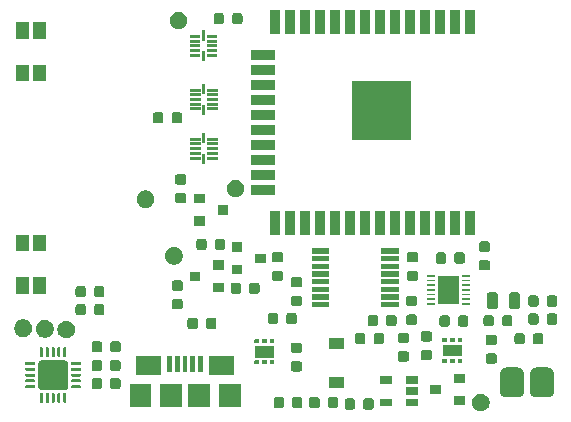
<source format=gbr>
G04 #@! TF.GenerationSoftware,KiCad,Pcbnew,(5.1.5)-3*
G04 #@! TF.CreationDate,2020-05-11T12:36:13-04:00*
G04 #@! TF.ProjectId,SmartWatch V4,536d6172-7457-4617-9463-682056342e6b,rev?*
G04 #@! TF.SameCoordinates,Original*
G04 #@! TF.FileFunction,Soldermask,Top*
G04 #@! TF.FilePolarity,Negative*
%FSLAX46Y46*%
G04 Gerber Fmt 4.6, Leading zero omitted, Abs format (unit mm)*
G04 Created by KiCad (PCBNEW (5.1.5)-3) date 2020-05-11 12:36:13*
%MOMM*%
%LPD*%
G04 APERTURE LIST*
%ADD10C,0.100000*%
G04 APERTURE END LIST*
D10*
G36*
X163218769Y-95378822D02*
G01*
X163355255Y-95435357D01*
X163478097Y-95517437D01*
X163582563Y-95621903D01*
X163664643Y-95744745D01*
X163721178Y-95881231D01*
X163750000Y-96026131D01*
X163750000Y-96173869D01*
X163721178Y-96318769D01*
X163664643Y-96455255D01*
X163582563Y-96578097D01*
X163478097Y-96682563D01*
X163355255Y-96764643D01*
X163218769Y-96821178D01*
X163073869Y-96850000D01*
X162926131Y-96850000D01*
X162781231Y-96821178D01*
X162644745Y-96764643D01*
X162521903Y-96682563D01*
X162417437Y-96578097D01*
X162335357Y-96455255D01*
X162278822Y-96318769D01*
X162250000Y-96173869D01*
X162250000Y-96026131D01*
X162278822Y-95881231D01*
X162335357Y-95744745D01*
X162417437Y-95621903D01*
X162521903Y-95517437D01*
X162644745Y-95435357D01*
X162781231Y-95378822D01*
X162926131Y-95350000D01*
X163073869Y-95350000D01*
X163218769Y-95378822D01*
G37*
G36*
X153760713Y-95759619D02*
G01*
X153801277Y-95771924D01*
X153838660Y-95791906D01*
X153871425Y-95818795D01*
X153898314Y-95851560D01*
X153918296Y-95888943D01*
X153930601Y-95929507D01*
X153934780Y-95971936D01*
X153934780Y-96488944D01*
X153930601Y-96531373D01*
X153918296Y-96571937D01*
X153898314Y-96609320D01*
X153871425Y-96642085D01*
X153838660Y-96668974D01*
X153801277Y-96688956D01*
X153760713Y-96701261D01*
X153718284Y-96705440D01*
X153276276Y-96705440D01*
X153233847Y-96701261D01*
X153193283Y-96688956D01*
X153155900Y-96668974D01*
X153123135Y-96642085D01*
X153096246Y-96609320D01*
X153076264Y-96571937D01*
X153063959Y-96531373D01*
X153059780Y-96488944D01*
X153059780Y-95971936D01*
X153063959Y-95929507D01*
X153076264Y-95888943D01*
X153096246Y-95851560D01*
X153123135Y-95818795D01*
X153155900Y-95791906D01*
X153193283Y-95771924D01*
X153233847Y-95759619D01*
X153276276Y-95755440D01*
X153718284Y-95755440D01*
X153760713Y-95759619D01*
G37*
G36*
X152185713Y-95759619D02*
G01*
X152226277Y-95771924D01*
X152263660Y-95791906D01*
X152296425Y-95818795D01*
X152323314Y-95851560D01*
X152343296Y-95888943D01*
X152355601Y-95929507D01*
X152359780Y-95971936D01*
X152359780Y-96488944D01*
X152355601Y-96531373D01*
X152343296Y-96571937D01*
X152323314Y-96609320D01*
X152296425Y-96642085D01*
X152263660Y-96668974D01*
X152226277Y-96688956D01*
X152185713Y-96701261D01*
X152143284Y-96705440D01*
X151701276Y-96705440D01*
X151658847Y-96701261D01*
X151618283Y-96688956D01*
X151580900Y-96668974D01*
X151548135Y-96642085D01*
X151521246Y-96609320D01*
X151501264Y-96571937D01*
X151488959Y-96531373D01*
X151484780Y-96488944D01*
X151484780Y-95971936D01*
X151488959Y-95929507D01*
X151501264Y-95888943D01*
X151521246Y-95851560D01*
X151548135Y-95818795D01*
X151580900Y-95791906D01*
X151618283Y-95771924D01*
X151658847Y-95759619D01*
X151701276Y-95755440D01*
X152143284Y-95755440D01*
X152185713Y-95759619D01*
G37*
G36*
X146163433Y-95629179D02*
G01*
X146203997Y-95641484D01*
X146241380Y-95661466D01*
X146274145Y-95688355D01*
X146301034Y-95721120D01*
X146321016Y-95758503D01*
X146333321Y-95799067D01*
X146337500Y-95841496D01*
X146337500Y-96358504D01*
X146333321Y-96400933D01*
X146321016Y-96441497D01*
X146301034Y-96478880D01*
X146274145Y-96511645D01*
X146241380Y-96538534D01*
X146203997Y-96558516D01*
X146163433Y-96570821D01*
X146121004Y-96575000D01*
X145678996Y-96575000D01*
X145636567Y-96570821D01*
X145596003Y-96558516D01*
X145558620Y-96538534D01*
X145525855Y-96511645D01*
X145498966Y-96478880D01*
X145478984Y-96441497D01*
X145466679Y-96400933D01*
X145462500Y-96358504D01*
X145462500Y-95841496D01*
X145466679Y-95799067D01*
X145478984Y-95758503D01*
X145498966Y-95721120D01*
X145525855Y-95688355D01*
X145558620Y-95661466D01*
X145596003Y-95641484D01*
X145636567Y-95629179D01*
X145678996Y-95625000D01*
X146121004Y-95625000D01*
X146163433Y-95629179D01*
G37*
G36*
X147738433Y-95629179D02*
G01*
X147778997Y-95641484D01*
X147816380Y-95661466D01*
X147849145Y-95688355D01*
X147876034Y-95721120D01*
X147896016Y-95758503D01*
X147908321Y-95799067D01*
X147912500Y-95841496D01*
X147912500Y-96358504D01*
X147908321Y-96400933D01*
X147896016Y-96441497D01*
X147876034Y-96478880D01*
X147849145Y-96511645D01*
X147816380Y-96538534D01*
X147778997Y-96558516D01*
X147738433Y-96570821D01*
X147696004Y-96575000D01*
X147253996Y-96575000D01*
X147211567Y-96570821D01*
X147171003Y-96558516D01*
X147133620Y-96538534D01*
X147100855Y-96511645D01*
X147073966Y-96478880D01*
X147053984Y-96441497D01*
X147041679Y-96400933D01*
X147037500Y-96358504D01*
X147037500Y-95841496D01*
X147041679Y-95799067D01*
X147053984Y-95758503D01*
X147073966Y-95721120D01*
X147100855Y-95688355D01*
X147133620Y-95661466D01*
X147171003Y-95641484D01*
X147211567Y-95629179D01*
X147253996Y-95625000D01*
X147696004Y-95625000D01*
X147738433Y-95629179D01*
G37*
G36*
X150763433Y-95629179D02*
G01*
X150803997Y-95641484D01*
X150841380Y-95661466D01*
X150874145Y-95688355D01*
X150901034Y-95721120D01*
X150921016Y-95758503D01*
X150933321Y-95799067D01*
X150937500Y-95841496D01*
X150937500Y-96358504D01*
X150933321Y-96400933D01*
X150921016Y-96441497D01*
X150901034Y-96478880D01*
X150874145Y-96511645D01*
X150841380Y-96538534D01*
X150803997Y-96558516D01*
X150763433Y-96570821D01*
X150721004Y-96575000D01*
X150278996Y-96575000D01*
X150236567Y-96570821D01*
X150196003Y-96558516D01*
X150158620Y-96538534D01*
X150125855Y-96511645D01*
X150098966Y-96478880D01*
X150078984Y-96441497D01*
X150066679Y-96400933D01*
X150062500Y-96358504D01*
X150062500Y-95841496D01*
X150066679Y-95799067D01*
X150078984Y-95758503D01*
X150098966Y-95721120D01*
X150125855Y-95688355D01*
X150158620Y-95661466D01*
X150196003Y-95641484D01*
X150236567Y-95629179D01*
X150278996Y-95625000D01*
X150721004Y-95625000D01*
X150763433Y-95629179D01*
G37*
G36*
X149188433Y-95629179D02*
G01*
X149228997Y-95641484D01*
X149266380Y-95661466D01*
X149299145Y-95688355D01*
X149326034Y-95721120D01*
X149346016Y-95758503D01*
X149358321Y-95799067D01*
X149362500Y-95841496D01*
X149362500Y-96358504D01*
X149358321Y-96400933D01*
X149346016Y-96441497D01*
X149326034Y-96478880D01*
X149299145Y-96511645D01*
X149266380Y-96538534D01*
X149228997Y-96558516D01*
X149188433Y-96570821D01*
X149146004Y-96575000D01*
X148703996Y-96575000D01*
X148661567Y-96570821D01*
X148621003Y-96558516D01*
X148583620Y-96538534D01*
X148550855Y-96511645D01*
X148523966Y-96478880D01*
X148503984Y-96441497D01*
X148491679Y-96400933D01*
X148487500Y-96358504D01*
X148487500Y-95841496D01*
X148491679Y-95799067D01*
X148503984Y-95758503D01*
X148523966Y-95721120D01*
X148550855Y-95688355D01*
X148583620Y-95661466D01*
X148621003Y-95641484D01*
X148661567Y-95629179D01*
X148703996Y-95625000D01*
X149146004Y-95625000D01*
X149188433Y-95629179D01*
G37*
G36*
X135071600Y-96454000D02*
G01*
X133271600Y-96454000D01*
X133271600Y-94554000D01*
X135071600Y-94554000D01*
X135071600Y-96454000D01*
G37*
G36*
X142671600Y-96454000D02*
G01*
X140871600Y-96454000D01*
X140871600Y-94554000D01*
X142671600Y-94554000D01*
X142671600Y-96454000D01*
G37*
G36*
X137721600Y-96454000D02*
G01*
X135821600Y-96454000D01*
X135821600Y-94554000D01*
X137721600Y-94554000D01*
X137721600Y-96454000D01*
G37*
G36*
X140121600Y-96454000D02*
G01*
X138221600Y-96454000D01*
X138221600Y-94554000D01*
X140121600Y-94554000D01*
X140121600Y-96454000D01*
G37*
G36*
X157730000Y-96425000D02*
G01*
X156670000Y-96425000D01*
X156670000Y-95775000D01*
X157730000Y-95775000D01*
X157730000Y-96425000D01*
G37*
G36*
X155530000Y-96425000D02*
G01*
X154470000Y-96425000D01*
X154470000Y-95775000D01*
X155530000Y-95775000D01*
X155530000Y-96425000D01*
G37*
G36*
X161650000Y-96350000D02*
G01*
X160750000Y-96350000D01*
X160750000Y-95550000D01*
X161650000Y-95550000D01*
X161650000Y-96350000D01*
G37*
G36*
X125873500Y-95302977D02*
G01*
X125884753Y-95306390D01*
X125895120Y-95311931D01*
X125904209Y-95319391D01*
X125911669Y-95328480D01*
X125917210Y-95338847D01*
X125920623Y-95350100D01*
X125921800Y-95362046D01*
X125921800Y-96066554D01*
X125920623Y-96078500D01*
X125917210Y-96089753D01*
X125911669Y-96100120D01*
X125904209Y-96109209D01*
X125895120Y-96116669D01*
X125884753Y-96122210D01*
X125873500Y-96125623D01*
X125861554Y-96126800D01*
X125732046Y-96126800D01*
X125720100Y-96125623D01*
X125708847Y-96122210D01*
X125698480Y-96116669D01*
X125689391Y-96109209D01*
X125681931Y-96100120D01*
X125676390Y-96089753D01*
X125672977Y-96078500D01*
X125671800Y-96066554D01*
X125671800Y-95362046D01*
X125672977Y-95350100D01*
X125676390Y-95338847D01*
X125681931Y-95328480D01*
X125689391Y-95319391D01*
X125698480Y-95311931D01*
X125708847Y-95306390D01*
X125720100Y-95302977D01*
X125732046Y-95301800D01*
X125861554Y-95301800D01*
X125873500Y-95302977D01*
G37*
G36*
X127373500Y-95302977D02*
G01*
X127384753Y-95306390D01*
X127395120Y-95311931D01*
X127404209Y-95319391D01*
X127411669Y-95328480D01*
X127417210Y-95338847D01*
X127420623Y-95350100D01*
X127421800Y-95362046D01*
X127421800Y-96066554D01*
X127420623Y-96078500D01*
X127417210Y-96089753D01*
X127411669Y-96100120D01*
X127404209Y-96109209D01*
X127395120Y-96116669D01*
X127384753Y-96122210D01*
X127373500Y-96125623D01*
X127361554Y-96126800D01*
X127232046Y-96126800D01*
X127220100Y-96125623D01*
X127208847Y-96122210D01*
X127198480Y-96116669D01*
X127189391Y-96109209D01*
X127181931Y-96100120D01*
X127176390Y-96089753D01*
X127172977Y-96078500D01*
X127171800Y-96066554D01*
X127171800Y-95362046D01*
X127172977Y-95350100D01*
X127176390Y-95338847D01*
X127181931Y-95328480D01*
X127189391Y-95319391D01*
X127198480Y-95311931D01*
X127208847Y-95306390D01*
X127220100Y-95302977D01*
X127232046Y-95301800D01*
X127361554Y-95301800D01*
X127373500Y-95302977D01*
G37*
G36*
X127873500Y-95302977D02*
G01*
X127884753Y-95306390D01*
X127895120Y-95311931D01*
X127904209Y-95319391D01*
X127911669Y-95328480D01*
X127917210Y-95338847D01*
X127920623Y-95350100D01*
X127921800Y-95362046D01*
X127921800Y-96066554D01*
X127920623Y-96078500D01*
X127917210Y-96089753D01*
X127911669Y-96100120D01*
X127904209Y-96109209D01*
X127895120Y-96116669D01*
X127884753Y-96122210D01*
X127873500Y-96125623D01*
X127861554Y-96126800D01*
X127732046Y-96126800D01*
X127720100Y-96125623D01*
X127708847Y-96122210D01*
X127698480Y-96116669D01*
X127689391Y-96109209D01*
X127681931Y-96100120D01*
X127676390Y-96089753D01*
X127672977Y-96078500D01*
X127671800Y-96066554D01*
X127671800Y-95362046D01*
X127672977Y-95350100D01*
X127676390Y-95338847D01*
X127681931Y-95328480D01*
X127689391Y-95319391D01*
X127698480Y-95311931D01*
X127708847Y-95306390D01*
X127720100Y-95302977D01*
X127732046Y-95301800D01*
X127861554Y-95301800D01*
X127873500Y-95302977D01*
G37*
G36*
X126873500Y-95302977D02*
G01*
X126884753Y-95306390D01*
X126895120Y-95311931D01*
X126904209Y-95319391D01*
X126911669Y-95328480D01*
X126917210Y-95338847D01*
X126920623Y-95350100D01*
X126921800Y-95362046D01*
X126921800Y-96066554D01*
X126920623Y-96078500D01*
X126917210Y-96089753D01*
X126911669Y-96100120D01*
X126904209Y-96109209D01*
X126895120Y-96116669D01*
X126884753Y-96122210D01*
X126873500Y-96125623D01*
X126861554Y-96126800D01*
X126732046Y-96126800D01*
X126720100Y-96125623D01*
X126708847Y-96122210D01*
X126698480Y-96116669D01*
X126689391Y-96109209D01*
X126681931Y-96100120D01*
X126676390Y-96089753D01*
X126672977Y-96078500D01*
X126671800Y-96066554D01*
X126671800Y-95362046D01*
X126672977Y-95350100D01*
X126676390Y-95338847D01*
X126681931Y-95328480D01*
X126689391Y-95319391D01*
X126698480Y-95311931D01*
X126708847Y-95306390D01*
X126720100Y-95302977D01*
X126732046Y-95301800D01*
X126861554Y-95301800D01*
X126873500Y-95302977D01*
G37*
G36*
X126373500Y-95302977D02*
G01*
X126384753Y-95306390D01*
X126395120Y-95311931D01*
X126404209Y-95319391D01*
X126411669Y-95328480D01*
X126417210Y-95338847D01*
X126420623Y-95350100D01*
X126421800Y-95362046D01*
X126421800Y-96066554D01*
X126420623Y-96078500D01*
X126417210Y-96089753D01*
X126411669Y-96100120D01*
X126404209Y-96109209D01*
X126395120Y-96116669D01*
X126384753Y-96122210D01*
X126373500Y-96125623D01*
X126361554Y-96126800D01*
X126232046Y-96126800D01*
X126220100Y-96125623D01*
X126208847Y-96122210D01*
X126198480Y-96116669D01*
X126189391Y-96109209D01*
X126181931Y-96100120D01*
X126176390Y-96089753D01*
X126172977Y-96078500D01*
X126171800Y-96066554D01*
X126171800Y-95362046D01*
X126172977Y-95350100D01*
X126176390Y-95338847D01*
X126181931Y-95328480D01*
X126189391Y-95319391D01*
X126198480Y-95311931D01*
X126208847Y-95306390D01*
X126220100Y-95302977D01*
X126232046Y-95301800D01*
X126361554Y-95301800D01*
X126373500Y-95302977D01*
G37*
G36*
X168799552Y-93139583D02*
G01*
X168892874Y-93167892D01*
X168978886Y-93213866D01*
X169054268Y-93275732D01*
X169116134Y-93351114D01*
X169162108Y-93437126D01*
X169190417Y-93530448D01*
X169200000Y-93627746D01*
X169200000Y-95172254D01*
X169190417Y-95269552D01*
X169162108Y-95362874D01*
X169116134Y-95448886D01*
X169054268Y-95524268D01*
X168978886Y-95586134D01*
X168892874Y-95632108D01*
X168799552Y-95660417D01*
X168702254Y-95670000D01*
X167697746Y-95670000D01*
X167600448Y-95660417D01*
X167507126Y-95632108D01*
X167421114Y-95586134D01*
X167345732Y-95524268D01*
X167283866Y-95448886D01*
X167237892Y-95362874D01*
X167209583Y-95269552D01*
X167200000Y-95172254D01*
X167200000Y-93627746D01*
X167209583Y-93530448D01*
X167237892Y-93437126D01*
X167283866Y-93351114D01*
X167345732Y-93275732D01*
X167421114Y-93213866D01*
X167507126Y-93167892D01*
X167600448Y-93139583D01*
X167697746Y-93130000D01*
X168702254Y-93130000D01*
X168799552Y-93139583D01*
G37*
G36*
X166259552Y-93139583D02*
G01*
X166352874Y-93167892D01*
X166438886Y-93213866D01*
X166514268Y-93275732D01*
X166576134Y-93351114D01*
X166622108Y-93437126D01*
X166650417Y-93530448D01*
X166660000Y-93627746D01*
X166660000Y-95172254D01*
X166650417Y-95269552D01*
X166622108Y-95362874D01*
X166576134Y-95448886D01*
X166514268Y-95524268D01*
X166438886Y-95586134D01*
X166352874Y-95632108D01*
X166259552Y-95660417D01*
X166162254Y-95670000D01*
X165157746Y-95670000D01*
X165060448Y-95660417D01*
X164967126Y-95632108D01*
X164881114Y-95586134D01*
X164805732Y-95524268D01*
X164743866Y-95448886D01*
X164697892Y-95362874D01*
X164669583Y-95269552D01*
X164660000Y-95172254D01*
X164660000Y-93627746D01*
X164669583Y-93530448D01*
X164697892Y-93437126D01*
X164743866Y-93351114D01*
X164805732Y-93275732D01*
X164881114Y-93213866D01*
X164967126Y-93167892D01*
X165060448Y-93139583D01*
X165157746Y-93130000D01*
X166162254Y-93130000D01*
X166259552Y-93139583D01*
G37*
G36*
X157730000Y-95475000D02*
G01*
X156670000Y-95475000D01*
X156670000Y-94825000D01*
X157730000Y-94825000D01*
X157730000Y-95475000D01*
G37*
G36*
X159650000Y-95400000D02*
G01*
X158750000Y-95400000D01*
X158750000Y-94600000D01*
X159650000Y-94600000D01*
X159650000Y-95400000D01*
G37*
G36*
X127848786Y-92531551D02*
G01*
X127894929Y-92545548D01*
X127937461Y-92568281D01*
X127974731Y-92598869D01*
X128005319Y-92636139D01*
X128028052Y-92678671D01*
X128042049Y-92724814D01*
X128046800Y-92773046D01*
X128046800Y-94780554D01*
X128042049Y-94828786D01*
X128028052Y-94874929D01*
X128005319Y-94917461D01*
X127974731Y-94954731D01*
X127937461Y-94985319D01*
X127894929Y-95008052D01*
X127848786Y-95022049D01*
X127800554Y-95026800D01*
X125793046Y-95026800D01*
X125744814Y-95022049D01*
X125698671Y-95008052D01*
X125656139Y-94985319D01*
X125618869Y-94954731D01*
X125588281Y-94917461D01*
X125565548Y-94874929D01*
X125551551Y-94828786D01*
X125546800Y-94780554D01*
X125546800Y-92773046D01*
X125551551Y-92724814D01*
X125565548Y-92678671D01*
X125588281Y-92636139D01*
X125618869Y-92598869D01*
X125656139Y-92568281D01*
X125698671Y-92545548D01*
X125744814Y-92531551D01*
X125793046Y-92526800D01*
X127800554Y-92526800D01*
X127848786Y-92531551D01*
G37*
G36*
X132343433Y-94017179D02*
G01*
X132383997Y-94029484D01*
X132421380Y-94049466D01*
X132454145Y-94076355D01*
X132481034Y-94109120D01*
X132501016Y-94146503D01*
X132513321Y-94187067D01*
X132517500Y-94229496D01*
X132517500Y-94746504D01*
X132513321Y-94788933D01*
X132501016Y-94829497D01*
X132481034Y-94866880D01*
X132454145Y-94899645D01*
X132421380Y-94926534D01*
X132383997Y-94946516D01*
X132343433Y-94958821D01*
X132301004Y-94963000D01*
X131858996Y-94963000D01*
X131816567Y-94958821D01*
X131776003Y-94946516D01*
X131738620Y-94926534D01*
X131705855Y-94899645D01*
X131678966Y-94866880D01*
X131658984Y-94829497D01*
X131646679Y-94788933D01*
X131642500Y-94746504D01*
X131642500Y-94229496D01*
X131646679Y-94187067D01*
X131658984Y-94146503D01*
X131678966Y-94109120D01*
X131705855Y-94076355D01*
X131738620Y-94049466D01*
X131776003Y-94029484D01*
X131816567Y-94017179D01*
X131858996Y-94013000D01*
X132301004Y-94013000D01*
X132343433Y-94017179D01*
G37*
G36*
X130768433Y-94017179D02*
G01*
X130808997Y-94029484D01*
X130846380Y-94049466D01*
X130879145Y-94076355D01*
X130906034Y-94109120D01*
X130926016Y-94146503D01*
X130938321Y-94187067D01*
X130942500Y-94229496D01*
X130942500Y-94746504D01*
X130938321Y-94788933D01*
X130926016Y-94829497D01*
X130906034Y-94866880D01*
X130879145Y-94899645D01*
X130846380Y-94926534D01*
X130808997Y-94946516D01*
X130768433Y-94958821D01*
X130726004Y-94963000D01*
X130283996Y-94963000D01*
X130241567Y-94958821D01*
X130201003Y-94946516D01*
X130163620Y-94926534D01*
X130130855Y-94899645D01*
X130103966Y-94866880D01*
X130083984Y-94829497D01*
X130071679Y-94788933D01*
X130067500Y-94746504D01*
X130067500Y-94229496D01*
X130071679Y-94187067D01*
X130083984Y-94146503D01*
X130103966Y-94109120D01*
X130130855Y-94076355D01*
X130163620Y-94049466D01*
X130201003Y-94029484D01*
X130241567Y-94017179D01*
X130283996Y-94013000D01*
X130726004Y-94013000D01*
X130768433Y-94017179D01*
G37*
G36*
X125223500Y-94652977D02*
G01*
X125234753Y-94656390D01*
X125245120Y-94661931D01*
X125254209Y-94669391D01*
X125261669Y-94678480D01*
X125267210Y-94688847D01*
X125270623Y-94700100D01*
X125271800Y-94712046D01*
X125271800Y-94841554D01*
X125270623Y-94853500D01*
X125267210Y-94864753D01*
X125261669Y-94875120D01*
X125254209Y-94884209D01*
X125245120Y-94891669D01*
X125234753Y-94897210D01*
X125223500Y-94900623D01*
X125211554Y-94901800D01*
X124507046Y-94901800D01*
X124495100Y-94900623D01*
X124483847Y-94897210D01*
X124473480Y-94891669D01*
X124464391Y-94884209D01*
X124456931Y-94875120D01*
X124451390Y-94864753D01*
X124447977Y-94853500D01*
X124446800Y-94841554D01*
X124446800Y-94712046D01*
X124447977Y-94700100D01*
X124451390Y-94688847D01*
X124456931Y-94678480D01*
X124464391Y-94669391D01*
X124473480Y-94661931D01*
X124483847Y-94656390D01*
X124495100Y-94652977D01*
X124507046Y-94651800D01*
X125211554Y-94651800D01*
X125223500Y-94652977D01*
G37*
G36*
X129098500Y-94652977D02*
G01*
X129109753Y-94656390D01*
X129120120Y-94661931D01*
X129129209Y-94669391D01*
X129136669Y-94678480D01*
X129142210Y-94688847D01*
X129145623Y-94700100D01*
X129146800Y-94712046D01*
X129146800Y-94841554D01*
X129145623Y-94853500D01*
X129142210Y-94864753D01*
X129136669Y-94875120D01*
X129129209Y-94884209D01*
X129120120Y-94891669D01*
X129109753Y-94897210D01*
X129098500Y-94900623D01*
X129086554Y-94901800D01*
X128382046Y-94901800D01*
X128370100Y-94900623D01*
X128358847Y-94897210D01*
X128348480Y-94891669D01*
X128339391Y-94884209D01*
X128331931Y-94875120D01*
X128326390Y-94864753D01*
X128322977Y-94853500D01*
X128321800Y-94841554D01*
X128321800Y-94712046D01*
X128322977Y-94700100D01*
X128326390Y-94688847D01*
X128331931Y-94678480D01*
X128339391Y-94669391D01*
X128348480Y-94661931D01*
X128358847Y-94656390D01*
X128370100Y-94652977D01*
X128382046Y-94651800D01*
X129086554Y-94651800D01*
X129098500Y-94652977D01*
G37*
G36*
X151400000Y-94850000D02*
G01*
X150200000Y-94850000D01*
X150200000Y-93950000D01*
X151400000Y-93950000D01*
X151400000Y-94850000D01*
G37*
G36*
X155530000Y-94525000D02*
G01*
X154470000Y-94525000D01*
X154470000Y-93875000D01*
X155530000Y-93875000D01*
X155530000Y-94525000D01*
G37*
G36*
X157730000Y-94525000D02*
G01*
X156670000Y-94525000D01*
X156670000Y-93875000D01*
X157730000Y-93875000D01*
X157730000Y-94525000D01*
G37*
G36*
X161650000Y-94450000D02*
G01*
X160750000Y-94450000D01*
X160750000Y-93650000D01*
X161650000Y-93650000D01*
X161650000Y-94450000D01*
G37*
G36*
X125223500Y-94152977D02*
G01*
X125234753Y-94156390D01*
X125245120Y-94161931D01*
X125254209Y-94169391D01*
X125261669Y-94178480D01*
X125267210Y-94188847D01*
X125270623Y-94200100D01*
X125271800Y-94212046D01*
X125271800Y-94341554D01*
X125270623Y-94353500D01*
X125267210Y-94364753D01*
X125261669Y-94375120D01*
X125254209Y-94384209D01*
X125245120Y-94391669D01*
X125234753Y-94397210D01*
X125223500Y-94400623D01*
X125211554Y-94401800D01*
X124507046Y-94401800D01*
X124495100Y-94400623D01*
X124483847Y-94397210D01*
X124473480Y-94391669D01*
X124464391Y-94384209D01*
X124456931Y-94375120D01*
X124451390Y-94364753D01*
X124447977Y-94353500D01*
X124446800Y-94341554D01*
X124446800Y-94212046D01*
X124447977Y-94200100D01*
X124451390Y-94188847D01*
X124456931Y-94178480D01*
X124464391Y-94169391D01*
X124473480Y-94161931D01*
X124483847Y-94156390D01*
X124495100Y-94152977D01*
X124507046Y-94151800D01*
X125211554Y-94151800D01*
X125223500Y-94152977D01*
G37*
G36*
X129098500Y-94152977D02*
G01*
X129109753Y-94156390D01*
X129120120Y-94161931D01*
X129129209Y-94169391D01*
X129136669Y-94178480D01*
X129142210Y-94188847D01*
X129145623Y-94200100D01*
X129146800Y-94212046D01*
X129146800Y-94341554D01*
X129145623Y-94353500D01*
X129142210Y-94364753D01*
X129136669Y-94375120D01*
X129129209Y-94384209D01*
X129120120Y-94391669D01*
X129109753Y-94397210D01*
X129098500Y-94400623D01*
X129086554Y-94401800D01*
X128382046Y-94401800D01*
X128370100Y-94400623D01*
X128358847Y-94397210D01*
X128348480Y-94391669D01*
X128339391Y-94384209D01*
X128331931Y-94375120D01*
X128326390Y-94364753D01*
X128322977Y-94353500D01*
X128321800Y-94341554D01*
X128321800Y-94212046D01*
X128322977Y-94200100D01*
X128326390Y-94188847D01*
X128331931Y-94178480D01*
X128339391Y-94169391D01*
X128348480Y-94161931D01*
X128358847Y-94156390D01*
X128370100Y-94152977D01*
X128382046Y-94151800D01*
X129086554Y-94151800D01*
X129098500Y-94152977D01*
G37*
G36*
X129098500Y-93652977D02*
G01*
X129109753Y-93656390D01*
X129120120Y-93661931D01*
X129129209Y-93669391D01*
X129136669Y-93678480D01*
X129142210Y-93688847D01*
X129145623Y-93700100D01*
X129146800Y-93712046D01*
X129146800Y-93841554D01*
X129145623Y-93853500D01*
X129142210Y-93864753D01*
X129136669Y-93875120D01*
X129129209Y-93884209D01*
X129120120Y-93891669D01*
X129109753Y-93897210D01*
X129098500Y-93900623D01*
X129086554Y-93901800D01*
X128382046Y-93901800D01*
X128370100Y-93900623D01*
X128358847Y-93897210D01*
X128348480Y-93891669D01*
X128339391Y-93884209D01*
X128331931Y-93875120D01*
X128326390Y-93864753D01*
X128322977Y-93853500D01*
X128321800Y-93841554D01*
X128321800Y-93712046D01*
X128322977Y-93700100D01*
X128326390Y-93688847D01*
X128331931Y-93678480D01*
X128339391Y-93669391D01*
X128348480Y-93661931D01*
X128358847Y-93656390D01*
X128370100Y-93652977D01*
X128382046Y-93651800D01*
X129086554Y-93651800D01*
X129098500Y-93652977D01*
G37*
G36*
X125223500Y-93652977D02*
G01*
X125234753Y-93656390D01*
X125245120Y-93661931D01*
X125254209Y-93669391D01*
X125261669Y-93678480D01*
X125267210Y-93688847D01*
X125270623Y-93700100D01*
X125271800Y-93712046D01*
X125271800Y-93841554D01*
X125270623Y-93853500D01*
X125267210Y-93864753D01*
X125261669Y-93875120D01*
X125254209Y-93884209D01*
X125245120Y-93891669D01*
X125234753Y-93897210D01*
X125223500Y-93900623D01*
X125211554Y-93901800D01*
X124507046Y-93901800D01*
X124495100Y-93900623D01*
X124483847Y-93897210D01*
X124473480Y-93891669D01*
X124464391Y-93884209D01*
X124456931Y-93875120D01*
X124451390Y-93864753D01*
X124447977Y-93853500D01*
X124446800Y-93841554D01*
X124446800Y-93712046D01*
X124447977Y-93700100D01*
X124451390Y-93688847D01*
X124456931Y-93678480D01*
X124464391Y-93669391D01*
X124473480Y-93661931D01*
X124483847Y-93656390D01*
X124495100Y-93652977D01*
X124507046Y-93651800D01*
X125211554Y-93651800D01*
X125223500Y-93652977D01*
G37*
G36*
X135921600Y-93754000D02*
G01*
X133821600Y-93754000D01*
X133821600Y-92154000D01*
X135921600Y-92154000D01*
X135921600Y-93754000D01*
G37*
G36*
X142121600Y-93754000D02*
G01*
X140021600Y-93754000D01*
X140021600Y-92154000D01*
X142121600Y-92154000D01*
X142121600Y-93754000D01*
G37*
G36*
X139471600Y-93504000D02*
G01*
X139071600Y-93504000D01*
X139071600Y-92154000D01*
X139471600Y-92154000D01*
X139471600Y-93504000D01*
G37*
G36*
X138171600Y-93504000D02*
G01*
X137771600Y-93504000D01*
X137771600Y-92154000D01*
X138171600Y-92154000D01*
X138171600Y-93504000D01*
G37*
G36*
X138821600Y-93504000D02*
G01*
X138421600Y-93504000D01*
X138421600Y-92154000D01*
X138821600Y-92154000D01*
X138821600Y-93504000D01*
G37*
G36*
X137521600Y-93504000D02*
G01*
X137121600Y-93504000D01*
X137121600Y-92154000D01*
X137521600Y-92154000D01*
X137521600Y-93504000D01*
G37*
G36*
X136871600Y-93504000D02*
G01*
X136471600Y-93504000D01*
X136471600Y-92154000D01*
X136871600Y-92154000D01*
X136871600Y-93504000D01*
G37*
G36*
X147697133Y-92606879D02*
G01*
X147737697Y-92619184D01*
X147775080Y-92639166D01*
X147807845Y-92666055D01*
X147834734Y-92698820D01*
X147854716Y-92736203D01*
X147867021Y-92776767D01*
X147871200Y-92819196D01*
X147871200Y-93261204D01*
X147867021Y-93303633D01*
X147854716Y-93344197D01*
X147834734Y-93381580D01*
X147807845Y-93414345D01*
X147775080Y-93441234D01*
X147737697Y-93461216D01*
X147697133Y-93473521D01*
X147654704Y-93477700D01*
X147137696Y-93477700D01*
X147095267Y-93473521D01*
X147054703Y-93461216D01*
X147017320Y-93441234D01*
X146984555Y-93414345D01*
X146957666Y-93381580D01*
X146937684Y-93344197D01*
X146925379Y-93303633D01*
X146921200Y-93261204D01*
X146921200Y-92819196D01*
X146925379Y-92776767D01*
X146937684Y-92736203D01*
X146957666Y-92698820D01*
X146984555Y-92666055D01*
X147017320Y-92639166D01*
X147054703Y-92619184D01*
X147095267Y-92606879D01*
X147137696Y-92602700D01*
X147654704Y-92602700D01*
X147697133Y-92606879D01*
G37*
G36*
X130768433Y-92493179D02*
G01*
X130808997Y-92505484D01*
X130846380Y-92525466D01*
X130879145Y-92552355D01*
X130906034Y-92585120D01*
X130926016Y-92622503D01*
X130938321Y-92663067D01*
X130942500Y-92705496D01*
X130942500Y-93222504D01*
X130938321Y-93264933D01*
X130926016Y-93305497D01*
X130906034Y-93342880D01*
X130879145Y-93375645D01*
X130846380Y-93402534D01*
X130808997Y-93422516D01*
X130768433Y-93434821D01*
X130726004Y-93439000D01*
X130283996Y-93439000D01*
X130241567Y-93434821D01*
X130201003Y-93422516D01*
X130163620Y-93402534D01*
X130130855Y-93375645D01*
X130103966Y-93342880D01*
X130083984Y-93305497D01*
X130071679Y-93264933D01*
X130067500Y-93222504D01*
X130067500Y-92705496D01*
X130071679Y-92663067D01*
X130083984Y-92622503D01*
X130103966Y-92585120D01*
X130130855Y-92552355D01*
X130163620Y-92525466D01*
X130201003Y-92505484D01*
X130241567Y-92493179D01*
X130283996Y-92489000D01*
X130726004Y-92489000D01*
X130768433Y-92493179D01*
G37*
G36*
X132343433Y-92493179D02*
G01*
X132383997Y-92505484D01*
X132421380Y-92525466D01*
X132454145Y-92552355D01*
X132481034Y-92585120D01*
X132501016Y-92622503D01*
X132513321Y-92663067D01*
X132517500Y-92705496D01*
X132517500Y-93222504D01*
X132513321Y-93264933D01*
X132501016Y-93305497D01*
X132481034Y-93342880D01*
X132454145Y-93375645D01*
X132421380Y-93402534D01*
X132383997Y-93422516D01*
X132343433Y-93434821D01*
X132301004Y-93439000D01*
X131858996Y-93439000D01*
X131816567Y-93434821D01*
X131776003Y-93422516D01*
X131738620Y-93402534D01*
X131705855Y-93375645D01*
X131678966Y-93342880D01*
X131658984Y-93305497D01*
X131646679Y-93264933D01*
X131642500Y-93222504D01*
X131642500Y-92705496D01*
X131646679Y-92663067D01*
X131658984Y-92622503D01*
X131678966Y-92585120D01*
X131705855Y-92552355D01*
X131738620Y-92525466D01*
X131776003Y-92505484D01*
X131816567Y-92493179D01*
X131858996Y-92489000D01*
X132301004Y-92489000D01*
X132343433Y-92493179D01*
G37*
G36*
X129098500Y-93152977D02*
G01*
X129109753Y-93156390D01*
X129120120Y-93161931D01*
X129129209Y-93169391D01*
X129136669Y-93178480D01*
X129142210Y-93188847D01*
X129145623Y-93200100D01*
X129146800Y-93212046D01*
X129146800Y-93341554D01*
X129145623Y-93353500D01*
X129142210Y-93364753D01*
X129136669Y-93375120D01*
X129129209Y-93384209D01*
X129120120Y-93391669D01*
X129109753Y-93397210D01*
X129098500Y-93400623D01*
X129086554Y-93401800D01*
X128382046Y-93401800D01*
X128370100Y-93400623D01*
X128358847Y-93397210D01*
X128348480Y-93391669D01*
X128339391Y-93384209D01*
X128331931Y-93375120D01*
X128326390Y-93364753D01*
X128322977Y-93353500D01*
X128321800Y-93341554D01*
X128321800Y-93212046D01*
X128322977Y-93200100D01*
X128326390Y-93188847D01*
X128331931Y-93178480D01*
X128339391Y-93169391D01*
X128348480Y-93161931D01*
X128358847Y-93156390D01*
X128370100Y-93152977D01*
X128382046Y-93151800D01*
X129086554Y-93151800D01*
X129098500Y-93152977D01*
G37*
G36*
X125223500Y-93152977D02*
G01*
X125234753Y-93156390D01*
X125245120Y-93161931D01*
X125254209Y-93169391D01*
X125261669Y-93178480D01*
X125267210Y-93188847D01*
X125270623Y-93200100D01*
X125271800Y-93212046D01*
X125271800Y-93341554D01*
X125270623Y-93353500D01*
X125267210Y-93364753D01*
X125261669Y-93375120D01*
X125254209Y-93384209D01*
X125245120Y-93391669D01*
X125234753Y-93397210D01*
X125223500Y-93400623D01*
X125211554Y-93401800D01*
X124507046Y-93401800D01*
X124495100Y-93400623D01*
X124483847Y-93397210D01*
X124473480Y-93391669D01*
X124464391Y-93384209D01*
X124456931Y-93375120D01*
X124451390Y-93364753D01*
X124447977Y-93353500D01*
X124446800Y-93341554D01*
X124446800Y-93212046D01*
X124447977Y-93200100D01*
X124451390Y-93188847D01*
X124456931Y-93178480D01*
X124464391Y-93169391D01*
X124473480Y-93161931D01*
X124483847Y-93156390D01*
X124495100Y-93152977D01*
X124507046Y-93151800D01*
X125211554Y-93151800D01*
X125223500Y-93152977D01*
G37*
G36*
X129098500Y-92652977D02*
G01*
X129109753Y-92656390D01*
X129120120Y-92661931D01*
X129129209Y-92669391D01*
X129136669Y-92678480D01*
X129142210Y-92688847D01*
X129145623Y-92700100D01*
X129146800Y-92712046D01*
X129146800Y-92841554D01*
X129145623Y-92853500D01*
X129142210Y-92864753D01*
X129136669Y-92875120D01*
X129129209Y-92884209D01*
X129120120Y-92891669D01*
X129109753Y-92897210D01*
X129098500Y-92900623D01*
X129086554Y-92901800D01*
X128382046Y-92901800D01*
X128370100Y-92900623D01*
X128358847Y-92897210D01*
X128348480Y-92891669D01*
X128339391Y-92884209D01*
X128331931Y-92875120D01*
X128326390Y-92864753D01*
X128322977Y-92853500D01*
X128321800Y-92841554D01*
X128321800Y-92712046D01*
X128322977Y-92700100D01*
X128326390Y-92688847D01*
X128331931Y-92678480D01*
X128339391Y-92669391D01*
X128348480Y-92661931D01*
X128358847Y-92656390D01*
X128370100Y-92652977D01*
X128382046Y-92651800D01*
X129086554Y-92651800D01*
X129098500Y-92652977D01*
G37*
G36*
X125223500Y-92652977D02*
G01*
X125234753Y-92656390D01*
X125245120Y-92661931D01*
X125254209Y-92669391D01*
X125261669Y-92678480D01*
X125267210Y-92688847D01*
X125270623Y-92700100D01*
X125271800Y-92712046D01*
X125271800Y-92841554D01*
X125270623Y-92853500D01*
X125267210Y-92864753D01*
X125261669Y-92875120D01*
X125254209Y-92884209D01*
X125245120Y-92891669D01*
X125234753Y-92897210D01*
X125223500Y-92900623D01*
X125211554Y-92901800D01*
X124507046Y-92901800D01*
X124495100Y-92900623D01*
X124483847Y-92897210D01*
X124473480Y-92891669D01*
X124464391Y-92884209D01*
X124456931Y-92875120D01*
X124451390Y-92864753D01*
X124447977Y-92853500D01*
X124446800Y-92841554D01*
X124446800Y-92712046D01*
X124447977Y-92700100D01*
X124451390Y-92688847D01*
X124456931Y-92678480D01*
X124464391Y-92669391D01*
X124473480Y-92661931D01*
X124483847Y-92656390D01*
X124495100Y-92652977D01*
X124507046Y-92651800D01*
X125211554Y-92651800D01*
X125223500Y-92652977D01*
G37*
G36*
X145465346Y-92501777D02*
G01*
X145482462Y-92506969D01*
X145498234Y-92515400D01*
X145512056Y-92526744D01*
X145523400Y-92540566D01*
X145531831Y-92556338D01*
X145537023Y-92573454D01*
X145538800Y-92591496D01*
X145538800Y-92783504D01*
X145537023Y-92801546D01*
X145531831Y-92818662D01*
X145523400Y-92834434D01*
X145512056Y-92848256D01*
X145498234Y-92859600D01*
X145482462Y-92868031D01*
X145465346Y-92873223D01*
X145447304Y-92875000D01*
X145230296Y-92875000D01*
X145212254Y-92873223D01*
X145195138Y-92868031D01*
X145179366Y-92859600D01*
X145165544Y-92848256D01*
X145154200Y-92834434D01*
X145145769Y-92818662D01*
X145140577Y-92801546D01*
X145138800Y-92783504D01*
X145138800Y-92591496D01*
X145140577Y-92573454D01*
X145145769Y-92556338D01*
X145154200Y-92540566D01*
X145165544Y-92526744D01*
X145179366Y-92515400D01*
X145195138Y-92506969D01*
X145212254Y-92501777D01*
X145230296Y-92500000D01*
X145447304Y-92500000D01*
X145465346Y-92501777D01*
G37*
G36*
X144165346Y-92501777D02*
G01*
X144182462Y-92506969D01*
X144198234Y-92515400D01*
X144212056Y-92526744D01*
X144223400Y-92540566D01*
X144231831Y-92556338D01*
X144237023Y-92573454D01*
X144238800Y-92591496D01*
X144238800Y-92783504D01*
X144237023Y-92801546D01*
X144231831Y-92818662D01*
X144223400Y-92834434D01*
X144212056Y-92848256D01*
X144198234Y-92859600D01*
X144182462Y-92868031D01*
X144165346Y-92873223D01*
X144147304Y-92875000D01*
X143930296Y-92875000D01*
X143912254Y-92873223D01*
X143895138Y-92868031D01*
X143879366Y-92859600D01*
X143865544Y-92848256D01*
X143854200Y-92834434D01*
X143845769Y-92818662D01*
X143840577Y-92801546D01*
X143838800Y-92783504D01*
X143838800Y-92591496D01*
X143840577Y-92573454D01*
X143845769Y-92556338D01*
X143854200Y-92540566D01*
X143865544Y-92526744D01*
X143879366Y-92515400D01*
X143895138Y-92506969D01*
X143912254Y-92501777D01*
X143930296Y-92500000D01*
X144147304Y-92500000D01*
X144165346Y-92501777D01*
G37*
G36*
X144815346Y-92501777D02*
G01*
X144832462Y-92506969D01*
X144848234Y-92515400D01*
X144862056Y-92526744D01*
X144873400Y-92540566D01*
X144881831Y-92556338D01*
X144887023Y-92573454D01*
X144888800Y-92591496D01*
X144888800Y-92783504D01*
X144887023Y-92801546D01*
X144881831Y-92818662D01*
X144873400Y-92834434D01*
X144862056Y-92848256D01*
X144848234Y-92859600D01*
X144832462Y-92868031D01*
X144815346Y-92873223D01*
X144797304Y-92875000D01*
X144580296Y-92875000D01*
X144562254Y-92873223D01*
X144545138Y-92868031D01*
X144529366Y-92859600D01*
X144515544Y-92848256D01*
X144504200Y-92834434D01*
X144495769Y-92818662D01*
X144490577Y-92801546D01*
X144488800Y-92783504D01*
X144488800Y-92591496D01*
X144490577Y-92573454D01*
X144495769Y-92556338D01*
X144504200Y-92540566D01*
X144515544Y-92526744D01*
X144529366Y-92515400D01*
X144545138Y-92506969D01*
X144562254Y-92501777D01*
X144580296Y-92500000D01*
X144797304Y-92500000D01*
X144815346Y-92501777D01*
G37*
G36*
X164200933Y-91941679D02*
G01*
X164241497Y-91953984D01*
X164278880Y-91973966D01*
X164311645Y-92000855D01*
X164338534Y-92033620D01*
X164358516Y-92071003D01*
X164370821Y-92111567D01*
X164375000Y-92153996D01*
X164375000Y-92596004D01*
X164370821Y-92638433D01*
X164358516Y-92678997D01*
X164338534Y-92716380D01*
X164311645Y-92749145D01*
X164278880Y-92776034D01*
X164241497Y-92796016D01*
X164200933Y-92808321D01*
X164158504Y-92812500D01*
X163641496Y-92812500D01*
X163599067Y-92808321D01*
X163558503Y-92796016D01*
X163521120Y-92776034D01*
X163488355Y-92749145D01*
X163461466Y-92716380D01*
X163441484Y-92678997D01*
X163429179Y-92638433D01*
X163425000Y-92596004D01*
X163425000Y-92153996D01*
X163429179Y-92111567D01*
X163441484Y-92071003D01*
X163461466Y-92033620D01*
X163488355Y-92000855D01*
X163521120Y-91973966D01*
X163558503Y-91953984D01*
X163599067Y-91941679D01*
X163641496Y-91937500D01*
X164158504Y-91937500D01*
X164200933Y-91941679D01*
G37*
G36*
X160076546Y-92401777D02*
G01*
X160093662Y-92406969D01*
X160109434Y-92415400D01*
X160123256Y-92426744D01*
X160134600Y-92440566D01*
X160143031Y-92456338D01*
X160148223Y-92473454D01*
X160150000Y-92491496D01*
X160150000Y-92683504D01*
X160148223Y-92701546D01*
X160143031Y-92718662D01*
X160134600Y-92734434D01*
X160123256Y-92748256D01*
X160109434Y-92759600D01*
X160093662Y-92768031D01*
X160076546Y-92773223D01*
X160058504Y-92775000D01*
X159841496Y-92775000D01*
X159823454Y-92773223D01*
X159806338Y-92768031D01*
X159790566Y-92759600D01*
X159776744Y-92748256D01*
X159765400Y-92734434D01*
X159756969Y-92718662D01*
X159751777Y-92701546D01*
X159750000Y-92683504D01*
X159750000Y-92491496D01*
X159751777Y-92473454D01*
X159756969Y-92456338D01*
X159765400Y-92440566D01*
X159776744Y-92426744D01*
X159790566Y-92415400D01*
X159806338Y-92406969D01*
X159823454Y-92401777D01*
X159841496Y-92400000D01*
X160058504Y-92400000D01*
X160076546Y-92401777D01*
G37*
G36*
X161376546Y-92401777D02*
G01*
X161393662Y-92406969D01*
X161409434Y-92415400D01*
X161423256Y-92426744D01*
X161434600Y-92440566D01*
X161443031Y-92456338D01*
X161448223Y-92473454D01*
X161450000Y-92491496D01*
X161450000Y-92683504D01*
X161448223Y-92701546D01*
X161443031Y-92718662D01*
X161434600Y-92734434D01*
X161423256Y-92748256D01*
X161409434Y-92759600D01*
X161393662Y-92768031D01*
X161376546Y-92773223D01*
X161358504Y-92775000D01*
X161141496Y-92775000D01*
X161123454Y-92773223D01*
X161106338Y-92768031D01*
X161090566Y-92759600D01*
X161076744Y-92748256D01*
X161065400Y-92734434D01*
X161056969Y-92718662D01*
X161051777Y-92701546D01*
X161050000Y-92683504D01*
X161050000Y-92491496D01*
X161051777Y-92473454D01*
X161056969Y-92456338D01*
X161065400Y-92440566D01*
X161076744Y-92426744D01*
X161090566Y-92415400D01*
X161106338Y-92406969D01*
X161123454Y-92401777D01*
X161141496Y-92400000D01*
X161358504Y-92400000D01*
X161376546Y-92401777D01*
G37*
G36*
X160726546Y-92401777D02*
G01*
X160743662Y-92406969D01*
X160759434Y-92415400D01*
X160773256Y-92426744D01*
X160784600Y-92440566D01*
X160793031Y-92456338D01*
X160798223Y-92473454D01*
X160800000Y-92491496D01*
X160800000Y-92683504D01*
X160798223Y-92701546D01*
X160793031Y-92718662D01*
X160784600Y-92734434D01*
X160773256Y-92748256D01*
X160759434Y-92759600D01*
X160743662Y-92768031D01*
X160726546Y-92773223D01*
X160708504Y-92775000D01*
X160491496Y-92775000D01*
X160473454Y-92773223D01*
X160456338Y-92768031D01*
X160440566Y-92759600D01*
X160426744Y-92748256D01*
X160415400Y-92734434D01*
X160406969Y-92718662D01*
X160401777Y-92701546D01*
X160400000Y-92683504D01*
X160400000Y-92491496D01*
X160401777Y-92473454D01*
X160406969Y-92456338D01*
X160415400Y-92440566D01*
X160426744Y-92426744D01*
X160440566Y-92415400D01*
X160456338Y-92406969D01*
X160473454Y-92401777D01*
X160491496Y-92400000D01*
X160708504Y-92400000D01*
X160726546Y-92401777D01*
G37*
G36*
X156764933Y-91768679D02*
G01*
X156805497Y-91780984D01*
X156842880Y-91800966D01*
X156875645Y-91827855D01*
X156902534Y-91860620D01*
X156922516Y-91898003D01*
X156934821Y-91938567D01*
X156939000Y-91980996D01*
X156939000Y-92423004D01*
X156934821Y-92465433D01*
X156922516Y-92505997D01*
X156902534Y-92543380D01*
X156875645Y-92576145D01*
X156842880Y-92603034D01*
X156805497Y-92623016D01*
X156764933Y-92635321D01*
X156722504Y-92639500D01*
X156205496Y-92639500D01*
X156163067Y-92635321D01*
X156122503Y-92623016D01*
X156085120Y-92603034D01*
X156052355Y-92576145D01*
X156025466Y-92543380D01*
X156005484Y-92505997D01*
X155993179Y-92465433D01*
X155989000Y-92423004D01*
X155989000Y-91980996D01*
X155993179Y-91938567D01*
X156005484Y-91898003D01*
X156025466Y-91860620D01*
X156052355Y-91827855D01*
X156085120Y-91800966D01*
X156122503Y-91780984D01*
X156163067Y-91768679D01*
X156205496Y-91764500D01*
X156722504Y-91764500D01*
X156764933Y-91768679D01*
G37*
G36*
X158700933Y-91641679D02*
G01*
X158741497Y-91653984D01*
X158778880Y-91673966D01*
X158811645Y-91700855D01*
X158838534Y-91733620D01*
X158858516Y-91771003D01*
X158870821Y-91811567D01*
X158875000Y-91853996D01*
X158875000Y-92296004D01*
X158870821Y-92338433D01*
X158858516Y-92378997D01*
X158838534Y-92416380D01*
X158811645Y-92449145D01*
X158778880Y-92476034D01*
X158741497Y-92496016D01*
X158700933Y-92508321D01*
X158658504Y-92512500D01*
X158141496Y-92512500D01*
X158099067Y-92508321D01*
X158058503Y-92496016D01*
X158021120Y-92476034D01*
X157988355Y-92449145D01*
X157961466Y-92416380D01*
X157941484Y-92378997D01*
X157929179Y-92338433D01*
X157925000Y-92296004D01*
X157925000Y-91853996D01*
X157929179Y-91811567D01*
X157941484Y-91771003D01*
X157961466Y-91733620D01*
X157988355Y-91700855D01*
X158021120Y-91673966D01*
X158058503Y-91653984D01*
X158099067Y-91641679D01*
X158141496Y-91637500D01*
X158658504Y-91637500D01*
X158700933Y-91641679D01*
G37*
G36*
X145488800Y-92300000D02*
G01*
X143888800Y-92300000D01*
X143888800Y-91300000D01*
X145488800Y-91300000D01*
X145488800Y-92300000D01*
G37*
G36*
X127873500Y-91427977D02*
G01*
X127884753Y-91431390D01*
X127895120Y-91436931D01*
X127904209Y-91444391D01*
X127911669Y-91453480D01*
X127917210Y-91463847D01*
X127920623Y-91475100D01*
X127921800Y-91487046D01*
X127921800Y-92191554D01*
X127920623Y-92203500D01*
X127917210Y-92214753D01*
X127911669Y-92225120D01*
X127904209Y-92234209D01*
X127895120Y-92241669D01*
X127884753Y-92247210D01*
X127873500Y-92250623D01*
X127861554Y-92251800D01*
X127732046Y-92251800D01*
X127720100Y-92250623D01*
X127708847Y-92247210D01*
X127698480Y-92241669D01*
X127689391Y-92234209D01*
X127681931Y-92225120D01*
X127676390Y-92214753D01*
X127672977Y-92203500D01*
X127671800Y-92191554D01*
X127671800Y-91487046D01*
X127672977Y-91475100D01*
X127676390Y-91463847D01*
X127681931Y-91453480D01*
X127689391Y-91444391D01*
X127698480Y-91436931D01*
X127708847Y-91431390D01*
X127720100Y-91427977D01*
X127732046Y-91426800D01*
X127861554Y-91426800D01*
X127873500Y-91427977D01*
G37*
G36*
X127373500Y-91427977D02*
G01*
X127384753Y-91431390D01*
X127395120Y-91436931D01*
X127404209Y-91444391D01*
X127411669Y-91453480D01*
X127417210Y-91463847D01*
X127420623Y-91475100D01*
X127421800Y-91487046D01*
X127421800Y-92191554D01*
X127420623Y-92203500D01*
X127417210Y-92214753D01*
X127411669Y-92225120D01*
X127404209Y-92234209D01*
X127395120Y-92241669D01*
X127384753Y-92247210D01*
X127373500Y-92250623D01*
X127361554Y-92251800D01*
X127232046Y-92251800D01*
X127220100Y-92250623D01*
X127208847Y-92247210D01*
X127198480Y-92241669D01*
X127189391Y-92234209D01*
X127181931Y-92225120D01*
X127176390Y-92214753D01*
X127172977Y-92203500D01*
X127171800Y-92191554D01*
X127171800Y-91487046D01*
X127172977Y-91475100D01*
X127176390Y-91463847D01*
X127181931Y-91453480D01*
X127189391Y-91444391D01*
X127198480Y-91436931D01*
X127208847Y-91431390D01*
X127220100Y-91427977D01*
X127232046Y-91426800D01*
X127361554Y-91426800D01*
X127373500Y-91427977D01*
G37*
G36*
X126873500Y-91427977D02*
G01*
X126884753Y-91431390D01*
X126895120Y-91436931D01*
X126904209Y-91444391D01*
X126911669Y-91453480D01*
X126917210Y-91463847D01*
X126920623Y-91475100D01*
X126921800Y-91487046D01*
X126921800Y-92191554D01*
X126920623Y-92203500D01*
X126917210Y-92214753D01*
X126911669Y-92225120D01*
X126904209Y-92234209D01*
X126895120Y-92241669D01*
X126884753Y-92247210D01*
X126873500Y-92250623D01*
X126861554Y-92251800D01*
X126732046Y-92251800D01*
X126720100Y-92250623D01*
X126708847Y-92247210D01*
X126698480Y-92241669D01*
X126689391Y-92234209D01*
X126681931Y-92225120D01*
X126676390Y-92214753D01*
X126672977Y-92203500D01*
X126671800Y-92191554D01*
X126671800Y-91487046D01*
X126672977Y-91475100D01*
X126676390Y-91463847D01*
X126681931Y-91453480D01*
X126689391Y-91444391D01*
X126698480Y-91436931D01*
X126708847Y-91431390D01*
X126720100Y-91427977D01*
X126732046Y-91426800D01*
X126861554Y-91426800D01*
X126873500Y-91427977D01*
G37*
G36*
X126373500Y-91427977D02*
G01*
X126384753Y-91431390D01*
X126395120Y-91436931D01*
X126404209Y-91444391D01*
X126411669Y-91453480D01*
X126417210Y-91463847D01*
X126420623Y-91475100D01*
X126421800Y-91487046D01*
X126421800Y-92191554D01*
X126420623Y-92203500D01*
X126417210Y-92214753D01*
X126411669Y-92225120D01*
X126404209Y-92234209D01*
X126395120Y-92241669D01*
X126384753Y-92247210D01*
X126373500Y-92250623D01*
X126361554Y-92251800D01*
X126232046Y-92251800D01*
X126220100Y-92250623D01*
X126208847Y-92247210D01*
X126198480Y-92241669D01*
X126189391Y-92234209D01*
X126181931Y-92225120D01*
X126176390Y-92214753D01*
X126172977Y-92203500D01*
X126171800Y-92191554D01*
X126171800Y-91487046D01*
X126172977Y-91475100D01*
X126176390Y-91463847D01*
X126181931Y-91453480D01*
X126189391Y-91444391D01*
X126198480Y-91436931D01*
X126208847Y-91431390D01*
X126220100Y-91427977D01*
X126232046Y-91426800D01*
X126361554Y-91426800D01*
X126373500Y-91427977D01*
G37*
G36*
X125873500Y-91427977D02*
G01*
X125884753Y-91431390D01*
X125895120Y-91436931D01*
X125904209Y-91444391D01*
X125911669Y-91453480D01*
X125917210Y-91463847D01*
X125920623Y-91475100D01*
X125921800Y-91487046D01*
X125921800Y-92191554D01*
X125920623Y-92203500D01*
X125917210Y-92214753D01*
X125911669Y-92225120D01*
X125904209Y-92234209D01*
X125895120Y-92241669D01*
X125884753Y-92247210D01*
X125873500Y-92250623D01*
X125861554Y-92251800D01*
X125732046Y-92251800D01*
X125720100Y-92250623D01*
X125708847Y-92247210D01*
X125698480Y-92241669D01*
X125689391Y-92234209D01*
X125681931Y-92225120D01*
X125676390Y-92214753D01*
X125672977Y-92203500D01*
X125671800Y-92191554D01*
X125671800Y-91487046D01*
X125672977Y-91475100D01*
X125676390Y-91463847D01*
X125681931Y-91453480D01*
X125689391Y-91444391D01*
X125698480Y-91436931D01*
X125708847Y-91431390D01*
X125720100Y-91427977D01*
X125732046Y-91426800D01*
X125861554Y-91426800D01*
X125873500Y-91427977D01*
G37*
G36*
X161400000Y-92200000D02*
G01*
X159800000Y-92200000D01*
X159800000Y-91200000D01*
X161400000Y-91200000D01*
X161400000Y-92200000D01*
G37*
G36*
X147697133Y-91031879D02*
G01*
X147737697Y-91044184D01*
X147775080Y-91064166D01*
X147807845Y-91091055D01*
X147834734Y-91123820D01*
X147854716Y-91161203D01*
X147867021Y-91201767D01*
X147871200Y-91244196D01*
X147871200Y-91686204D01*
X147867021Y-91728633D01*
X147854716Y-91769197D01*
X147834734Y-91806580D01*
X147807845Y-91839345D01*
X147775080Y-91866234D01*
X147737697Y-91886216D01*
X147697133Y-91898521D01*
X147654704Y-91902700D01*
X147137696Y-91902700D01*
X147095267Y-91898521D01*
X147054703Y-91886216D01*
X147017320Y-91866234D01*
X146984555Y-91839345D01*
X146957666Y-91806580D01*
X146937684Y-91769197D01*
X146925379Y-91728633D01*
X146921200Y-91686204D01*
X146921200Y-91244196D01*
X146925379Y-91201767D01*
X146937684Y-91161203D01*
X146957666Y-91123820D01*
X146984555Y-91091055D01*
X147017320Y-91064166D01*
X147054703Y-91044184D01*
X147095267Y-91031879D01*
X147137696Y-91027700D01*
X147654704Y-91027700D01*
X147697133Y-91031879D01*
G37*
G36*
X130768633Y-90918379D02*
G01*
X130809197Y-90930684D01*
X130846580Y-90950666D01*
X130879345Y-90977555D01*
X130906234Y-91010320D01*
X130926216Y-91047703D01*
X130938521Y-91088267D01*
X130942700Y-91130696D01*
X130942700Y-91647704D01*
X130938521Y-91690133D01*
X130926216Y-91730697D01*
X130906234Y-91768080D01*
X130879345Y-91800845D01*
X130846580Y-91827734D01*
X130809197Y-91847716D01*
X130768633Y-91860021D01*
X130726204Y-91864200D01*
X130284196Y-91864200D01*
X130241767Y-91860021D01*
X130201203Y-91847716D01*
X130163820Y-91827734D01*
X130131055Y-91800845D01*
X130104166Y-91768080D01*
X130084184Y-91730697D01*
X130071879Y-91690133D01*
X130067700Y-91647704D01*
X130067700Y-91130696D01*
X130071879Y-91088267D01*
X130084184Y-91047703D01*
X130104166Y-91010320D01*
X130131055Y-90977555D01*
X130163820Y-90950666D01*
X130201203Y-90930684D01*
X130241767Y-90918379D01*
X130284196Y-90914200D01*
X130726204Y-90914200D01*
X130768633Y-90918379D01*
G37*
G36*
X132343633Y-90918379D02*
G01*
X132384197Y-90930684D01*
X132421580Y-90950666D01*
X132454345Y-90977555D01*
X132481234Y-91010320D01*
X132501216Y-91047703D01*
X132513521Y-91088267D01*
X132517700Y-91130696D01*
X132517700Y-91647704D01*
X132513521Y-91690133D01*
X132501216Y-91730697D01*
X132481234Y-91768080D01*
X132454345Y-91800845D01*
X132421580Y-91827734D01*
X132384197Y-91847716D01*
X132343633Y-91860021D01*
X132301204Y-91864200D01*
X131859196Y-91864200D01*
X131816767Y-91860021D01*
X131776203Y-91847716D01*
X131738820Y-91827734D01*
X131706055Y-91800845D01*
X131679166Y-91768080D01*
X131659184Y-91730697D01*
X131646879Y-91690133D01*
X131642700Y-91647704D01*
X131642700Y-91130696D01*
X131646879Y-91088267D01*
X131659184Y-91047703D01*
X131679166Y-91010320D01*
X131706055Y-90977555D01*
X131738820Y-90950666D01*
X131776203Y-90930684D01*
X131816767Y-90918379D01*
X131859196Y-90914200D01*
X132301204Y-90914200D01*
X132343633Y-90918379D01*
G37*
G36*
X151400000Y-91550000D02*
G01*
X150200000Y-91550000D01*
X150200000Y-90650000D01*
X151400000Y-90650000D01*
X151400000Y-91550000D01*
G37*
G36*
X164200933Y-90366679D02*
G01*
X164241497Y-90378984D01*
X164278880Y-90398966D01*
X164311645Y-90425855D01*
X164338534Y-90458620D01*
X164358516Y-90496003D01*
X164370821Y-90536567D01*
X164375000Y-90578996D01*
X164375000Y-91021004D01*
X164370821Y-91063433D01*
X164358516Y-91103997D01*
X164338534Y-91141380D01*
X164311645Y-91174145D01*
X164278880Y-91201034D01*
X164241497Y-91221016D01*
X164200933Y-91233321D01*
X164158504Y-91237500D01*
X163641496Y-91237500D01*
X163599067Y-91233321D01*
X163558503Y-91221016D01*
X163521120Y-91201034D01*
X163488355Y-91174145D01*
X163461466Y-91141380D01*
X163441484Y-91103997D01*
X163429179Y-91063433D01*
X163425000Y-91021004D01*
X163425000Y-90578996D01*
X163429179Y-90536567D01*
X163441484Y-90496003D01*
X163461466Y-90458620D01*
X163488355Y-90425855D01*
X163521120Y-90398966D01*
X163558503Y-90378984D01*
X163599067Y-90366679D01*
X163641496Y-90362500D01*
X164158504Y-90362500D01*
X164200933Y-90366679D01*
G37*
G36*
X166563433Y-90229179D02*
G01*
X166603997Y-90241484D01*
X166641380Y-90261466D01*
X166674145Y-90288355D01*
X166701034Y-90321120D01*
X166721016Y-90358503D01*
X166733321Y-90399067D01*
X166737500Y-90441496D01*
X166737500Y-90958504D01*
X166733321Y-91000933D01*
X166721016Y-91041497D01*
X166701034Y-91078880D01*
X166674145Y-91111645D01*
X166641380Y-91138534D01*
X166603997Y-91158516D01*
X166563433Y-91170821D01*
X166521004Y-91175000D01*
X166078996Y-91175000D01*
X166036567Y-91170821D01*
X165996003Y-91158516D01*
X165958620Y-91138534D01*
X165925855Y-91111645D01*
X165898966Y-91078880D01*
X165878984Y-91041497D01*
X165866679Y-91000933D01*
X165862500Y-90958504D01*
X165862500Y-90441496D01*
X165866679Y-90399067D01*
X165878984Y-90358503D01*
X165898966Y-90321120D01*
X165925855Y-90288355D01*
X165958620Y-90261466D01*
X165996003Y-90241484D01*
X166036567Y-90229179D01*
X166078996Y-90225000D01*
X166521004Y-90225000D01*
X166563433Y-90229179D01*
G37*
G36*
X168138433Y-90229179D02*
G01*
X168178997Y-90241484D01*
X168216380Y-90261466D01*
X168249145Y-90288355D01*
X168276034Y-90321120D01*
X168296016Y-90358503D01*
X168308321Y-90399067D01*
X168312500Y-90441496D01*
X168312500Y-90958504D01*
X168308321Y-91000933D01*
X168296016Y-91041497D01*
X168276034Y-91078880D01*
X168249145Y-91111645D01*
X168216380Y-91138534D01*
X168178997Y-91158516D01*
X168138433Y-91170821D01*
X168096004Y-91175000D01*
X167653996Y-91175000D01*
X167611567Y-91170821D01*
X167571003Y-91158516D01*
X167533620Y-91138534D01*
X167500855Y-91111645D01*
X167473966Y-91078880D01*
X167453984Y-91041497D01*
X167441679Y-91000933D01*
X167437500Y-90958504D01*
X167437500Y-90441496D01*
X167441679Y-90399067D01*
X167453984Y-90358503D01*
X167473966Y-90321120D01*
X167500855Y-90288355D01*
X167533620Y-90261466D01*
X167571003Y-90241484D01*
X167611567Y-90229179D01*
X167653996Y-90225000D01*
X168096004Y-90225000D01*
X168138433Y-90229179D01*
G37*
G36*
X154647433Y-90207179D02*
G01*
X154687997Y-90219484D01*
X154725380Y-90239466D01*
X154758145Y-90266355D01*
X154785034Y-90299120D01*
X154805016Y-90336503D01*
X154817321Y-90377067D01*
X154821500Y-90419496D01*
X154821500Y-90936504D01*
X154817321Y-90978933D01*
X154805016Y-91019497D01*
X154785034Y-91056880D01*
X154758145Y-91089645D01*
X154725380Y-91116534D01*
X154687997Y-91136516D01*
X154647433Y-91148821D01*
X154605004Y-91153000D01*
X154162996Y-91153000D01*
X154120567Y-91148821D01*
X154080003Y-91136516D01*
X154042620Y-91116534D01*
X154009855Y-91089645D01*
X153982966Y-91056880D01*
X153962984Y-91019497D01*
X153950679Y-90978933D01*
X153946500Y-90936504D01*
X153946500Y-90419496D01*
X153950679Y-90377067D01*
X153962984Y-90336503D01*
X153982966Y-90299120D01*
X154009855Y-90266355D01*
X154042620Y-90239466D01*
X154080003Y-90219484D01*
X154120567Y-90207179D01*
X154162996Y-90203000D01*
X154605004Y-90203000D01*
X154647433Y-90207179D01*
G37*
G36*
X153072433Y-90207179D02*
G01*
X153112997Y-90219484D01*
X153150380Y-90239466D01*
X153183145Y-90266355D01*
X153210034Y-90299120D01*
X153230016Y-90336503D01*
X153242321Y-90377067D01*
X153246500Y-90419496D01*
X153246500Y-90936504D01*
X153242321Y-90978933D01*
X153230016Y-91019497D01*
X153210034Y-91056880D01*
X153183145Y-91089645D01*
X153150380Y-91116534D01*
X153112997Y-91136516D01*
X153072433Y-91148821D01*
X153030004Y-91153000D01*
X152587996Y-91153000D01*
X152545567Y-91148821D01*
X152505003Y-91136516D01*
X152467620Y-91116534D01*
X152434855Y-91089645D01*
X152407966Y-91056880D01*
X152387984Y-91019497D01*
X152375679Y-90978933D01*
X152371500Y-90936504D01*
X152371500Y-90419496D01*
X152375679Y-90377067D01*
X152387984Y-90336503D01*
X152407966Y-90299120D01*
X152434855Y-90266355D01*
X152467620Y-90239466D01*
X152505003Y-90219484D01*
X152545567Y-90207179D01*
X152587996Y-90203000D01*
X153030004Y-90203000D01*
X153072433Y-90207179D01*
G37*
G36*
X144165346Y-90726777D02*
G01*
X144182462Y-90731969D01*
X144198234Y-90740400D01*
X144212056Y-90751744D01*
X144223400Y-90765566D01*
X144231831Y-90781338D01*
X144237023Y-90798454D01*
X144238800Y-90816496D01*
X144238800Y-91008504D01*
X144237023Y-91026546D01*
X144231831Y-91043662D01*
X144223400Y-91059434D01*
X144212056Y-91073256D01*
X144198234Y-91084600D01*
X144182462Y-91093031D01*
X144165346Y-91098223D01*
X144147304Y-91100000D01*
X143930296Y-91100000D01*
X143912254Y-91098223D01*
X143895138Y-91093031D01*
X143879366Y-91084600D01*
X143865544Y-91073256D01*
X143854200Y-91059434D01*
X143845769Y-91043662D01*
X143840577Y-91026546D01*
X143838800Y-91008504D01*
X143838800Y-90816496D01*
X143840577Y-90798454D01*
X143845769Y-90781338D01*
X143854200Y-90765566D01*
X143865544Y-90751744D01*
X143879366Y-90740400D01*
X143895138Y-90731969D01*
X143912254Y-90726777D01*
X143930296Y-90725000D01*
X144147304Y-90725000D01*
X144165346Y-90726777D01*
G37*
G36*
X144815346Y-90726777D02*
G01*
X144832462Y-90731969D01*
X144848234Y-90740400D01*
X144862056Y-90751744D01*
X144873400Y-90765566D01*
X144881831Y-90781338D01*
X144887023Y-90798454D01*
X144888800Y-90816496D01*
X144888800Y-91008504D01*
X144887023Y-91026546D01*
X144881831Y-91043662D01*
X144873400Y-91059434D01*
X144862056Y-91073256D01*
X144848234Y-91084600D01*
X144832462Y-91093031D01*
X144815346Y-91098223D01*
X144797304Y-91100000D01*
X144580296Y-91100000D01*
X144562254Y-91098223D01*
X144545138Y-91093031D01*
X144529366Y-91084600D01*
X144515544Y-91073256D01*
X144504200Y-91059434D01*
X144495769Y-91043662D01*
X144490577Y-91026546D01*
X144488800Y-91008504D01*
X144488800Y-90816496D01*
X144490577Y-90798454D01*
X144495769Y-90781338D01*
X144504200Y-90765566D01*
X144515544Y-90751744D01*
X144529366Y-90740400D01*
X144545138Y-90731969D01*
X144562254Y-90726777D01*
X144580296Y-90725000D01*
X144797304Y-90725000D01*
X144815346Y-90726777D01*
G37*
G36*
X145465346Y-90726777D02*
G01*
X145482462Y-90731969D01*
X145498234Y-90740400D01*
X145512056Y-90751744D01*
X145523400Y-90765566D01*
X145531831Y-90781338D01*
X145537023Y-90798454D01*
X145538800Y-90816496D01*
X145538800Y-91008504D01*
X145537023Y-91026546D01*
X145531831Y-91043662D01*
X145523400Y-91059434D01*
X145512056Y-91073256D01*
X145498234Y-91084600D01*
X145482462Y-91093031D01*
X145465346Y-91098223D01*
X145447304Y-91100000D01*
X145230296Y-91100000D01*
X145212254Y-91098223D01*
X145195138Y-91093031D01*
X145179366Y-91084600D01*
X145165544Y-91073256D01*
X145154200Y-91059434D01*
X145145769Y-91043662D01*
X145140577Y-91026546D01*
X145138800Y-91008504D01*
X145138800Y-90816496D01*
X145140577Y-90798454D01*
X145145769Y-90781338D01*
X145154200Y-90765566D01*
X145165544Y-90751744D01*
X145179366Y-90740400D01*
X145195138Y-90731969D01*
X145212254Y-90726777D01*
X145230296Y-90725000D01*
X145447304Y-90725000D01*
X145465346Y-90726777D01*
G37*
G36*
X156764933Y-90193679D02*
G01*
X156805497Y-90205984D01*
X156842880Y-90225966D01*
X156875645Y-90252855D01*
X156902534Y-90285620D01*
X156922516Y-90323003D01*
X156934821Y-90363567D01*
X156939000Y-90405996D01*
X156939000Y-90848004D01*
X156934821Y-90890433D01*
X156922516Y-90930997D01*
X156902534Y-90968380D01*
X156875645Y-91001145D01*
X156842880Y-91028034D01*
X156805497Y-91048016D01*
X156764933Y-91060321D01*
X156722504Y-91064500D01*
X156205496Y-91064500D01*
X156163067Y-91060321D01*
X156122503Y-91048016D01*
X156085120Y-91028034D01*
X156052355Y-91001145D01*
X156025466Y-90968380D01*
X156005484Y-90930997D01*
X155993179Y-90890433D01*
X155989000Y-90848004D01*
X155989000Y-90405996D01*
X155993179Y-90363567D01*
X156005484Y-90323003D01*
X156025466Y-90285620D01*
X156052355Y-90252855D01*
X156085120Y-90225966D01*
X156122503Y-90205984D01*
X156163067Y-90193679D01*
X156205496Y-90189500D01*
X156722504Y-90189500D01*
X156764933Y-90193679D01*
G37*
G36*
X160726546Y-90626777D02*
G01*
X160743662Y-90631969D01*
X160759434Y-90640400D01*
X160773256Y-90651744D01*
X160784600Y-90665566D01*
X160793031Y-90681338D01*
X160798223Y-90698454D01*
X160800000Y-90716496D01*
X160800000Y-90908504D01*
X160798223Y-90926546D01*
X160793031Y-90943662D01*
X160784600Y-90959434D01*
X160773256Y-90973256D01*
X160759434Y-90984600D01*
X160743662Y-90993031D01*
X160726546Y-90998223D01*
X160708504Y-91000000D01*
X160491496Y-91000000D01*
X160473454Y-90998223D01*
X160456338Y-90993031D01*
X160440566Y-90984600D01*
X160426744Y-90973256D01*
X160415400Y-90959434D01*
X160406969Y-90943662D01*
X160401777Y-90926546D01*
X160400000Y-90908504D01*
X160400000Y-90716496D01*
X160401777Y-90698454D01*
X160406969Y-90681338D01*
X160415400Y-90665566D01*
X160426744Y-90651744D01*
X160440566Y-90640400D01*
X160456338Y-90631969D01*
X160473454Y-90626777D01*
X160491496Y-90625000D01*
X160708504Y-90625000D01*
X160726546Y-90626777D01*
G37*
G36*
X161376546Y-90626777D02*
G01*
X161393662Y-90631969D01*
X161409434Y-90640400D01*
X161423256Y-90651744D01*
X161434600Y-90665566D01*
X161443031Y-90681338D01*
X161448223Y-90698454D01*
X161450000Y-90716496D01*
X161450000Y-90908504D01*
X161448223Y-90926546D01*
X161443031Y-90943662D01*
X161434600Y-90959434D01*
X161423256Y-90973256D01*
X161409434Y-90984600D01*
X161393662Y-90993031D01*
X161376546Y-90998223D01*
X161358504Y-91000000D01*
X161141496Y-91000000D01*
X161123454Y-90998223D01*
X161106338Y-90993031D01*
X161090566Y-90984600D01*
X161076744Y-90973256D01*
X161065400Y-90959434D01*
X161056969Y-90943662D01*
X161051777Y-90926546D01*
X161050000Y-90908504D01*
X161050000Y-90716496D01*
X161051777Y-90698454D01*
X161056969Y-90681338D01*
X161065400Y-90665566D01*
X161076744Y-90651744D01*
X161090566Y-90640400D01*
X161106338Y-90631969D01*
X161123454Y-90626777D01*
X161141496Y-90625000D01*
X161358504Y-90625000D01*
X161376546Y-90626777D01*
G37*
G36*
X160076546Y-90626777D02*
G01*
X160093662Y-90631969D01*
X160109434Y-90640400D01*
X160123256Y-90651744D01*
X160134600Y-90665566D01*
X160143031Y-90681338D01*
X160148223Y-90698454D01*
X160150000Y-90716496D01*
X160150000Y-90908504D01*
X160148223Y-90926546D01*
X160143031Y-90943662D01*
X160134600Y-90959434D01*
X160123256Y-90973256D01*
X160109434Y-90984600D01*
X160093662Y-90993031D01*
X160076546Y-90998223D01*
X160058504Y-91000000D01*
X159841496Y-91000000D01*
X159823454Y-90998223D01*
X159806338Y-90993031D01*
X159790566Y-90984600D01*
X159776744Y-90973256D01*
X159765400Y-90959434D01*
X159756969Y-90943662D01*
X159751777Y-90926546D01*
X159750000Y-90908504D01*
X159750000Y-90716496D01*
X159751777Y-90698454D01*
X159756969Y-90681338D01*
X159765400Y-90665566D01*
X159776744Y-90651744D01*
X159790566Y-90640400D01*
X159806338Y-90631969D01*
X159823454Y-90626777D01*
X159841496Y-90625000D01*
X160058504Y-90625000D01*
X160076546Y-90626777D01*
G37*
G36*
X158700933Y-90066679D02*
G01*
X158741497Y-90078984D01*
X158778880Y-90098966D01*
X158811645Y-90125855D01*
X158838534Y-90158620D01*
X158858516Y-90196003D01*
X158870821Y-90236567D01*
X158875000Y-90278996D01*
X158875000Y-90721004D01*
X158870821Y-90763433D01*
X158858516Y-90803997D01*
X158838534Y-90841380D01*
X158811645Y-90874145D01*
X158778880Y-90901034D01*
X158741497Y-90921016D01*
X158700933Y-90933321D01*
X158658504Y-90937500D01*
X158141496Y-90937500D01*
X158099067Y-90933321D01*
X158058503Y-90921016D01*
X158021120Y-90901034D01*
X157988355Y-90874145D01*
X157961466Y-90841380D01*
X157941484Y-90803997D01*
X157929179Y-90763433D01*
X157925000Y-90721004D01*
X157925000Y-90278996D01*
X157929179Y-90236567D01*
X157941484Y-90196003D01*
X157961466Y-90158620D01*
X157988355Y-90125855D01*
X158021120Y-90098966D01*
X158058503Y-90078984D01*
X158099067Y-90066679D01*
X158141496Y-90062500D01*
X158658504Y-90062500D01*
X158700933Y-90066679D01*
G37*
G36*
X128133169Y-89194822D02*
G01*
X128269655Y-89251357D01*
X128392497Y-89333437D01*
X128496963Y-89437903D01*
X128579043Y-89560745D01*
X128635578Y-89697231D01*
X128664400Y-89842131D01*
X128664400Y-89989869D01*
X128635578Y-90134769D01*
X128579043Y-90271255D01*
X128496963Y-90394097D01*
X128392497Y-90498563D01*
X128269655Y-90580643D01*
X128133169Y-90637178D01*
X127988269Y-90666000D01*
X127840531Y-90666000D01*
X127695631Y-90637178D01*
X127559145Y-90580643D01*
X127436303Y-90498563D01*
X127331837Y-90394097D01*
X127249757Y-90271255D01*
X127193222Y-90134769D01*
X127164400Y-89989869D01*
X127164400Y-89842131D01*
X127193222Y-89697231D01*
X127249757Y-89560745D01*
X127331837Y-89437903D01*
X127436303Y-89333437D01*
X127559145Y-89251357D01*
X127695631Y-89194822D01*
X127840531Y-89166000D01*
X127988269Y-89166000D01*
X128133169Y-89194822D01*
G37*
G36*
X126304369Y-89144022D02*
G01*
X126440855Y-89200557D01*
X126563697Y-89282637D01*
X126668163Y-89387103D01*
X126750243Y-89509945D01*
X126806778Y-89646431D01*
X126835600Y-89791331D01*
X126835600Y-89939069D01*
X126806778Y-90083969D01*
X126750243Y-90220455D01*
X126668163Y-90343297D01*
X126563697Y-90447763D01*
X126440855Y-90529843D01*
X126304369Y-90586378D01*
X126159469Y-90615200D01*
X126011731Y-90615200D01*
X125866831Y-90586378D01*
X125730345Y-90529843D01*
X125607503Y-90447763D01*
X125503037Y-90343297D01*
X125420957Y-90220455D01*
X125364422Y-90083969D01*
X125335600Y-89939069D01*
X125335600Y-89791331D01*
X125364422Y-89646431D01*
X125420957Y-89509945D01*
X125503037Y-89387103D01*
X125607503Y-89282637D01*
X125730345Y-89200557D01*
X125866831Y-89144022D01*
X126011731Y-89115200D01*
X126159469Y-89115200D01*
X126304369Y-89144022D01*
G37*
G36*
X124475569Y-89093222D02*
G01*
X124612055Y-89149757D01*
X124734897Y-89231837D01*
X124839363Y-89336303D01*
X124921443Y-89459145D01*
X124977978Y-89595631D01*
X125006800Y-89740531D01*
X125006800Y-89888269D01*
X124977978Y-90033169D01*
X124921443Y-90169655D01*
X124839363Y-90292497D01*
X124734897Y-90396963D01*
X124612055Y-90479043D01*
X124475569Y-90535578D01*
X124330669Y-90564400D01*
X124182931Y-90564400D01*
X124038031Y-90535578D01*
X123901545Y-90479043D01*
X123778703Y-90396963D01*
X123674237Y-90292497D01*
X123592157Y-90169655D01*
X123535622Y-90033169D01*
X123506800Y-89888269D01*
X123506800Y-89740531D01*
X123535622Y-89595631D01*
X123592157Y-89459145D01*
X123674237Y-89336303D01*
X123778703Y-89231837D01*
X123901545Y-89149757D01*
X124038031Y-89093222D01*
X124182931Y-89064400D01*
X124330669Y-89064400D01*
X124475569Y-89093222D01*
G37*
G36*
X140450933Y-88929179D02*
G01*
X140491497Y-88941484D01*
X140528880Y-88961466D01*
X140561645Y-88988355D01*
X140588534Y-89021120D01*
X140608516Y-89058503D01*
X140620821Y-89099067D01*
X140625000Y-89141496D01*
X140625000Y-89658504D01*
X140620821Y-89700933D01*
X140608516Y-89741497D01*
X140588534Y-89778880D01*
X140561645Y-89811645D01*
X140528880Y-89838534D01*
X140491497Y-89858516D01*
X140450933Y-89870821D01*
X140408504Y-89875000D01*
X139966496Y-89875000D01*
X139924067Y-89870821D01*
X139883503Y-89858516D01*
X139846120Y-89838534D01*
X139813355Y-89811645D01*
X139786466Y-89778880D01*
X139766484Y-89741497D01*
X139754179Y-89700933D01*
X139750000Y-89658504D01*
X139750000Y-89141496D01*
X139754179Y-89099067D01*
X139766484Y-89058503D01*
X139786466Y-89021120D01*
X139813355Y-88988355D01*
X139846120Y-88961466D01*
X139883503Y-88941484D01*
X139924067Y-88929179D01*
X139966496Y-88925000D01*
X140408504Y-88925000D01*
X140450933Y-88929179D01*
G37*
G36*
X138875933Y-88929179D02*
G01*
X138916497Y-88941484D01*
X138953880Y-88961466D01*
X138986645Y-88988355D01*
X139013534Y-89021120D01*
X139033516Y-89058503D01*
X139045821Y-89099067D01*
X139050000Y-89141496D01*
X139050000Y-89658504D01*
X139045821Y-89700933D01*
X139033516Y-89741497D01*
X139013534Y-89778880D01*
X138986645Y-89811645D01*
X138953880Y-89838534D01*
X138916497Y-89858516D01*
X138875933Y-89870821D01*
X138833504Y-89875000D01*
X138391496Y-89875000D01*
X138349067Y-89870821D01*
X138308503Y-89858516D01*
X138271120Y-89838534D01*
X138238355Y-89811645D01*
X138211466Y-89778880D01*
X138191484Y-89741497D01*
X138179179Y-89700933D01*
X138175000Y-89658504D01*
X138175000Y-89141496D01*
X138179179Y-89099067D01*
X138191484Y-89058503D01*
X138211466Y-89021120D01*
X138238355Y-88988355D01*
X138271120Y-88961466D01*
X138308503Y-88941484D01*
X138349067Y-88929179D01*
X138391496Y-88925000D01*
X138833504Y-88925000D01*
X138875933Y-88929179D01*
G37*
G36*
X160212633Y-88729179D02*
G01*
X160253197Y-88741484D01*
X160290580Y-88761466D01*
X160323345Y-88788355D01*
X160350234Y-88821120D01*
X160370216Y-88858503D01*
X160382521Y-88899067D01*
X160386700Y-88941496D01*
X160386700Y-89458504D01*
X160382521Y-89500933D01*
X160370216Y-89541497D01*
X160350234Y-89578880D01*
X160323345Y-89611645D01*
X160290580Y-89638534D01*
X160253197Y-89658516D01*
X160212633Y-89670821D01*
X160170204Y-89675000D01*
X159728196Y-89675000D01*
X159685767Y-89670821D01*
X159645203Y-89658516D01*
X159607820Y-89638534D01*
X159575055Y-89611645D01*
X159548166Y-89578880D01*
X159528184Y-89541497D01*
X159515879Y-89500933D01*
X159511700Y-89458504D01*
X159511700Y-88941496D01*
X159515879Y-88899067D01*
X159528184Y-88858503D01*
X159548166Y-88821120D01*
X159575055Y-88788355D01*
X159607820Y-88761466D01*
X159645203Y-88741484D01*
X159685767Y-88729179D01*
X159728196Y-88725000D01*
X160170204Y-88725000D01*
X160212633Y-88729179D01*
G37*
G36*
X161787633Y-88729179D02*
G01*
X161828197Y-88741484D01*
X161865580Y-88761466D01*
X161898345Y-88788355D01*
X161925234Y-88821120D01*
X161945216Y-88858503D01*
X161957521Y-88899067D01*
X161961700Y-88941496D01*
X161961700Y-89458504D01*
X161957521Y-89500933D01*
X161945216Y-89541497D01*
X161925234Y-89578880D01*
X161898345Y-89611645D01*
X161865580Y-89638534D01*
X161828197Y-89658516D01*
X161787633Y-89670821D01*
X161745204Y-89675000D01*
X161303196Y-89675000D01*
X161260767Y-89670821D01*
X161220203Y-89658516D01*
X161182820Y-89638534D01*
X161150055Y-89611645D01*
X161123166Y-89578880D01*
X161103184Y-89541497D01*
X161090879Y-89500933D01*
X161086700Y-89458504D01*
X161086700Y-88941496D01*
X161090879Y-88899067D01*
X161103184Y-88858503D01*
X161123166Y-88821120D01*
X161150055Y-88788355D01*
X161182820Y-88761466D01*
X161220203Y-88741484D01*
X161260767Y-88729179D01*
X161303196Y-88725000D01*
X161745204Y-88725000D01*
X161787633Y-88729179D01*
G37*
G36*
X163940833Y-88708579D02*
G01*
X163981397Y-88720884D01*
X164018780Y-88740866D01*
X164051545Y-88767755D01*
X164078434Y-88800520D01*
X164098416Y-88837903D01*
X164110721Y-88878467D01*
X164114900Y-88920896D01*
X164114900Y-89437904D01*
X164110721Y-89480333D01*
X164098416Y-89520897D01*
X164078434Y-89558280D01*
X164051545Y-89591045D01*
X164018780Y-89617934D01*
X163981397Y-89637916D01*
X163940833Y-89650221D01*
X163898404Y-89654400D01*
X163456396Y-89654400D01*
X163413967Y-89650221D01*
X163373403Y-89637916D01*
X163336020Y-89617934D01*
X163303255Y-89591045D01*
X163276366Y-89558280D01*
X163256384Y-89520897D01*
X163244079Y-89480333D01*
X163239900Y-89437904D01*
X163239900Y-88920896D01*
X163244079Y-88878467D01*
X163256384Y-88837903D01*
X163276366Y-88800520D01*
X163303255Y-88767755D01*
X163336020Y-88740866D01*
X163373403Y-88720884D01*
X163413967Y-88708579D01*
X163456396Y-88704400D01*
X163898404Y-88704400D01*
X163940833Y-88708579D01*
G37*
G36*
X165515833Y-88708579D02*
G01*
X165556397Y-88720884D01*
X165593780Y-88740866D01*
X165626545Y-88767755D01*
X165653434Y-88800520D01*
X165673416Y-88837903D01*
X165685721Y-88878467D01*
X165689900Y-88920896D01*
X165689900Y-89437904D01*
X165685721Y-89480333D01*
X165673416Y-89520897D01*
X165653434Y-89558280D01*
X165626545Y-89591045D01*
X165593780Y-89617934D01*
X165556397Y-89637916D01*
X165515833Y-89650221D01*
X165473404Y-89654400D01*
X165031396Y-89654400D01*
X164988967Y-89650221D01*
X164948403Y-89637916D01*
X164911020Y-89617934D01*
X164878255Y-89591045D01*
X164851366Y-89558280D01*
X164831384Y-89520897D01*
X164819079Y-89480333D01*
X164814900Y-89437904D01*
X164814900Y-88920896D01*
X164819079Y-88878467D01*
X164831384Y-88837903D01*
X164851366Y-88800520D01*
X164878255Y-88767755D01*
X164911020Y-88740866D01*
X164948403Y-88720884D01*
X164988967Y-88708579D01*
X165031396Y-88704400D01*
X165473404Y-88704400D01*
X165515833Y-88708579D01*
G37*
G36*
X155700933Y-88683179D02*
G01*
X155741497Y-88695484D01*
X155778880Y-88715466D01*
X155811645Y-88742355D01*
X155838534Y-88775120D01*
X155858516Y-88812503D01*
X155870821Y-88853067D01*
X155875000Y-88895496D01*
X155875000Y-89412504D01*
X155870821Y-89454933D01*
X155858516Y-89495497D01*
X155838534Y-89532880D01*
X155811645Y-89565645D01*
X155778880Y-89592534D01*
X155741497Y-89612516D01*
X155700933Y-89624821D01*
X155658504Y-89629000D01*
X155216496Y-89629000D01*
X155174067Y-89624821D01*
X155133503Y-89612516D01*
X155096120Y-89592534D01*
X155063355Y-89565645D01*
X155036466Y-89532880D01*
X155016484Y-89495497D01*
X155004179Y-89454933D01*
X155000000Y-89412504D01*
X155000000Y-88895496D01*
X155004179Y-88853067D01*
X155016484Y-88812503D01*
X155036466Y-88775120D01*
X155063355Y-88742355D01*
X155096120Y-88715466D01*
X155133503Y-88695484D01*
X155174067Y-88683179D01*
X155216496Y-88679000D01*
X155658504Y-88679000D01*
X155700933Y-88683179D01*
G37*
G36*
X154125933Y-88683179D02*
G01*
X154166497Y-88695484D01*
X154203880Y-88715466D01*
X154236645Y-88742355D01*
X154263534Y-88775120D01*
X154283516Y-88812503D01*
X154295821Y-88853067D01*
X154300000Y-88895496D01*
X154300000Y-89412504D01*
X154295821Y-89454933D01*
X154283516Y-89495497D01*
X154263534Y-89532880D01*
X154236645Y-89565645D01*
X154203880Y-89592534D01*
X154166497Y-89612516D01*
X154125933Y-89624821D01*
X154083504Y-89629000D01*
X153641496Y-89629000D01*
X153599067Y-89624821D01*
X153558503Y-89612516D01*
X153521120Y-89592534D01*
X153488355Y-89565645D01*
X153461466Y-89532880D01*
X153441484Y-89495497D01*
X153429179Y-89454933D01*
X153425000Y-89412504D01*
X153425000Y-88895496D01*
X153429179Y-88853067D01*
X153441484Y-88812503D01*
X153461466Y-88775120D01*
X153488355Y-88742355D01*
X153521120Y-88715466D01*
X153558503Y-88695484D01*
X153599067Y-88683179D01*
X153641496Y-88679000D01*
X154083504Y-88679000D01*
X154125933Y-88683179D01*
G37*
G36*
X157450933Y-88654179D02*
G01*
X157491497Y-88666484D01*
X157528880Y-88686466D01*
X157561645Y-88713355D01*
X157588534Y-88746120D01*
X157608516Y-88783503D01*
X157620821Y-88824067D01*
X157625000Y-88866496D01*
X157625000Y-89308504D01*
X157620821Y-89350933D01*
X157608516Y-89391497D01*
X157588534Y-89428880D01*
X157561645Y-89461645D01*
X157528880Y-89488534D01*
X157491497Y-89508516D01*
X157450933Y-89520821D01*
X157408504Y-89525000D01*
X156891496Y-89525000D01*
X156849067Y-89520821D01*
X156808503Y-89508516D01*
X156771120Y-89488534D01*
X156738355Y-89461645D01*
X156711466Y-89428880D01*
X156691484Y-89391497D01*
X156679179Y-89350933D01*
X156675000Y-89308504D01*
X156675000Y-88866496D01*
X156679179Y-88824067D01*
X156691484Y-88783503D01*
X156711466Y-88746120D01*
X156738355Y-88713355D01*
X156771120Y-88686466D01*
X156808503Y-88666484D01*
X156849067Y-88654179D01*
X156891496Y-88650000D01*
X157408504Y-88650000D01*
X157450933Y-88654179D01*
G37*
G36*
X167725433Y-88556179D02*
G01*
X167765997Y-88568484D01*
X167803380Y-88588466D01*
X167836145Y-88615355D01*
X167863034Y-88648120D01*
X167883016Y-88685503D01*
X167895321Y-88726067D01*
X167899500Y-88768496D01*
X167899500Y-89285504D01*
X167895321Y-89327933D01*
X167883016Y-89368497D01*
X167863034Y-89405880D01*
X167836145Y-89438645D01*
X167803380Y-89465534D01*
X167765997Y-89485516D01*
X167725433Y-89497821D01*
X167683004Y-89502000D01*
X167240996Y-89502000D01*
X167198567Y-89497821D01*
X167158003Y-89485516D01*
X167120620Y-89465534D01*
X167087855Y-89438645D01*
X167060966Y-89405880D01*
X167040984Y-89368497D01*
X167028679Y-89327933D01*
X167024500Y-89285504D01*
X167024500Y-88768496D01*
X167028679Y-88726067D01*
X167040984Y-88685503D01*
X167060966Y-88648120D01*
X167087855Y-88615355D01*
X167120620Y-88588466D01*
X167158003Y-88568484D01*
X167198567Y-88556179D01*
X167240996Y-88552000D01*
X167683004Y-88552000D01*
X167725433Y-88556179D01*
G37*
G36*
X169300433Y-88556179D02*
G01*
X169340997Y-88568484D01*
X169378380Y-88588466D01*
X169411145Y-88615355D01*
X169438034Y-88648120D01*
X169458016Y-88685503D01*
X169470321Y-88726067D01*
X169474500Y-88768496D01*
X169474500Y-89285504D01*
X169470321Y-89327933D01*
X169458016Y-89368497D01*
X169438034Y-89405880D01*
X169411145Y-89438645D01*
X169378380Y-89465534D01*
X169340997Y-89485516D01*
X169300433Y-89497821D01*
X169258004Y-89502000D01*
X168815996Y-89502000D01*
X168773567Y-89497821D01*
X168733003Y-89485516D01*
X168695620Y-89465534D01*
X168662855Y-89438645D01*
X168635966Y-89405880D01*
X168615984Y-89368497D01*
X168603679Y-89327933D01*
X168599500Y-89285504D01*
X168599500Y-88768496D01*
X168603679Y-88726067D01*
X168615984Y-88685503D01*
X168635966Y-88648120D01*
X168662855Y-88615355D01*
X168695620Y-88588466D01*
X168733003Y-88568484D01*
X168773567Y-88556179D01*
X168815996Y-88552000D01*
X169258004Y-88552000D01*
X169300433Y-88556179D01*
G37*
G36*
X147250933Y-88529179D02*
G01*
X147291497Y-88541484D01*
X147328880Y-88561466D01*
X147361645Y-88588355D01*
X147388534Y-88621120D01*
X147408516Y-88658503D01*
X147420821Y-88699067D01*
X147425000Y-88741496D01*
X147425000Y-89258504D01*
X147420821Y-89300933D01*
X147408516Y-89341497D01*
X147388534Y-89378880D01*
X147361645Y-89411645D01*
X147328880Y-89438534D01*
X147291497Y-89458516D01*
X147250933Y-89470821D01*
X147208504Y-89475000D01*
X146766496Y-89475000D01*
X146724067Y-89470821D01*
X146683503Y-89458516D01*
X146646120Y-89438534D01*
X146613355Y-89411645D01*
X146586466Y-89378880D01*
X146566484Y-89341497D01*
X146554179Y-89300933D01*
X146550000Y-89258504D01*
X146550000Y-88741496D01*
X146554179Y-88699067D01*
X146566484Y-88658503D01*
X146586466Y-88621120D01*
X146613355Y-88588355D01*
X146646120Y-88561466D01*
X146683503Y-88541484D01*
X146724067Y-88529179D01*
X146766496Y-88525000D01*
X147208504Y-88525000D01*
X147250933Y-88529179D01*
G37*
G36*
X145675933Y-88529179D02*
G01*
X145716497Y-88541484D01*
X145753880Y-88561466D01*
X145786645Y-88588355D01*
X145813534Y-88621120D01*
X145833516Y-88658503D01*
X145845821Y-88699067D01*
X145850000Y-88741496D01*
X145850000Y-89258504D01*
X145845821Y-89300933D01*
X145833516Y-89341497D01*
X145813534Y-89378880D01*
X145786645Y-89411645D01*
X145753880Y-89438534D01*
X145716497Y-89458516D01*
X145675933Y-89470821D01*
X145633504Y-89475000D01*
X145191496Y-89475000D01*
X145149067Y-89470821D01*
X145108503Y-89458516D01*
X145071120Y-89438534D01*
X145038355Y-89411645D01*
X145011466Y-89378880D01*
X144991484Y-89341497D01*
X144979179Y-89300933D01*
X144975000Y-89258504D01*
X144975000Y-88741496D01*
X144979179Y-88699067D01*
X144991484Y-88658503D01*
X145011466Y-88621120D01*
X145038355Y-88588355D01*
X145071120Y-88561466D01*
X145108503Y-88541484D01*
X145149067Y-88529179D01*
X145191496Y-88525000D01*
X145633504Y-88525000D01*
X145675933Y-88529179D01*
G37*
G36*
X130972033Y-87768779D02*
G01*
X131012597Y-87781084D01*
X131049980Y-87801066D01*
X131082745Y-87827955D01*
X131109634Y-87860720D01*
X131129616Y-87898103D01*
X131141921Y-87938667D01*
X131146100Y-87981096D01*
X131146100Y-88498104D01*
X131141921Y-88540533D01*
X131129616Y-88581097D01*
X131109634Y-88618480D01*
X131082745Y-88651245D01*
X131049980Y-88678134D01*
X131012597Y-88698116D01*
X130972033Y-88710421D01*
X130929604Y-88714600D01*
X130487596Y-88714600D01*
X130445167Y-88710421D01*
X130404603Y-88698116D01*
X130367220Y-88678134D01*
X130334455Y-88651245D01*
X130307566Y-88618480D01*
X130287584Y-88581097D01*
X130275279Y-88540533D01*
X130271100Y-88498104D01*
X130271100Y-87981096D01*
X130275279Y-87938667D01*
X130287584Y-87898103D01*
X130307566Y-87860720D01*
X130334455Y-87827955D01*
X130367220Y-87801066D01*
X130404603Y-87781084D01*
X130445167Y-87768779D01*
X130487596Y-87764600D01*
X130929604Y-87764600D01*
X130972033Y-87768779D01*
G37*
G36*
X129397033Y-87768779D02*
G01*
X129437597Y-87781084D01*
X129474980Y-87801066D01*
X129507745Y-87827955D01*
X129534634Y-87860720D01*
X129554616Y-87898103D01*
X129566921Y-87938667D01*
X129571100Y-87981096D01*
X129571100Y-88498104D01*
X129566921Y-88540533D01*
X129554616Y-88581097D01*
X129534634Y-88618480D01*
X129507745Y-88651245D01*
X129474980Y-88678134D01*
X129437597Y-88698116D01*
X129397033Y-88710421D01*
X129354604Y-88714600D01*
X128912596Y-88714600D01*
X128870167Y-88710421D01*
X128829603Y-88698116D01*
X128792220Y-88678134D01*
X128759455Y-88651245D01*
X128732566Y-88618480D01*
X128712584Y-88581097D01*
X128700279Y-88540533D01*
X128696100Y-88498104D01*
X128696100Y-87981096D01*
X128700279Y-87938667D01*
X128712584Y-87898103D01*
X128732566Y-87860720D01*
X128759455Y-87827955D01*
X128792220Y-87801066D01*
X128829603Y-87781084D01*
X128870167Y-87768779D01*
X128912596Y-87764600D01*
X129354604Y-87764600D01*
X129397033Y-87768779D01*
G37*
G36*
X137600933Y-87341679D02*
G01*
X137641497Y-87353984D01*
X137678880Y-87373966D01*
X137711645Y-87400855D01*
X137738534Y-87433620D01*
X137758516Y-87471003D01*
X137770821Y-87511567D01*
X137775000Y-87553996D01*
X137775000Y-87996004D01*
X137770821Y-88038433D01*
X137758516Y-88078997D01*
X137738534Y-88116380D01*
X137711645Y-88149145D01*
X137678880Y-88176034D01*
X137641497Y-88196016D01*
X137600933Y-88208321D01*
X137558504Y-88212500D01*
X137041496Y-88212500D01*
X136999067Y-88208321D01*
X136958503Y-88196016D01*
X136921120Y-88176034D01*
X136888355Y-88149145D01*
X136861466Y-88116380D01*
X136841484Y-88078997D01*
X136829179Y-88038433D01*
X136825000Y-87996004D01*
X136825000Y-87553996D01*
X136829179Y-87511567D01*
X136841484Y-87471003D01*
X136861466Y-87433620D01*
X136888355Y-87400855D01*
X136921120Y-87373966D01*
X136958503Y-87353984D01*
X136999067Y-87341679D01*
X137041496Y-87337500D01*
X137558504Y-87337500D01*
X137600933Y-87341679D01*
G37*
G36*
X166155310Y-86782260D02*
G01*
X166200564Y-86795987D01*
X166242270Y-86818279D01*
X166278822Y-86848278D01*
X166308821Y-86884830D01*
X166331113Y-86926536D01*
X166344840Y-86971790D01*
X166349500Y-87019096D01*
X166349500Y-87936104D01*
X166344840Y-87983410D01*
X166331113Y-88028664D01*
X166308821Y-88070370D01*
X166278822Y-88106922D01*
X166242270Y-88136921D01*
X166200564Y-88159213D01*
X166155310Y-88172940D01*
X166108004Y-88177600D01*
X165615996Y-88177600D01*
X165568690Y-88172940D01*
X165523436Y-88159213D01*
X165481730Y-88136921D01*
X165445178Y-88106922D01*
X165415179Y-88070370D01*
X165392887Y-88028664D01*
X165379160Y-87983410D01*
X165374500Y-87936104D01*
X165374500Y-87019096D01*
X165379160Y-86971790D01*
X165392887Y-86926536D01*
X165415179Y-86884830D01*
X165445178Y-86848278D01*
X165481730Y-86818279D01*
X165523436Y-86795987D01*
X165568690Y-86782260D01*
X165615996Y-86777600D01*
X166108004Y-86777600D01*
X166155310Y-86782260D01*
G37*
G36*
X164280310Y-86782260D02*
G01*
X164325564Y-86795987D01*
X164367270Y-86818279D01*
X164403822Y-86848278D01*
X164433821Y-86884830D01*
X164456113Y-86926536D01*
X164469840Y-86971790D01*
X164474500Y-87019096D01*
X164474500Y-87936104D01*
X164469840Y-87983410D01*
X164456113Y-88028664D01*
X164433821Y-88070370D01*
X164403822Y-88106922D01*
X164367270Y-88136921D01*
X164325564Y-88159213D01*
X164280310Y-88172940D01*
X164233004Y-88177600D01*
X163740996Y-88177600D01*
X163693690Y-88172940D01*
X163648436Y-88159213D01*
X163606730Y-88136921D01*
X163570178Y-88106922D01*
X163540179Y-88070370D01*
X163517887Y-88028664D01*
X163504160Y-87983410D01*
X163499500Y-87936104D01*
X163499500Y-87019096D01*
X163504160Y-86971790D01*
X163517887Y-86926536D01*
X163540179Y-86884830D01*
X163570178Y-86848278D01*
X163606730Y-86818279D01*
X163648436Y-86795987D01*
X163693690Y-86782260D01*
X163740996Y-86777600D01*
X164233004Y-86777600D01*
X164280310Y-86782260D01*
G37*
G36*
X156100000Y-88050000D02*
G01*
X154600000Y-88050000D01*
X154600000Y-87600000D01*
X156100000Y-87600000D01*
X156100000Y-88050000D01*
G37*
G36*
X150200000Y-88050000D02*
G01*
X148700000Y-88050000D01*
X148700000Y-87600000D01*
X150200000Y-87600000D01*
X150200000Y-88050000D01*
G37*
G36*
X169300433Y-87032179D02*
G01*
X169340997Y-87044484D01*
X169378380Y-87064466D01*
X169411145Y-87091355D01*
X169438034Y-87124120D01*
X169458016Y-87161503D01*
X169470321Y-87202067D01*
X169474500Y-87244496D01*
X169474500Y-87761504D01*
X169470321Y-87803933D01*
X169458016Y-87844497D01*
X169438034Y-87881880D01*
X169411145Y-87914645D01*
X169378380Y-87941534D01*
X169340997Y-87961516D01*
X169300433Y-87973821D01*
X169258004Y-87978000D01*
X168815996Y-87978000D01*
X168773567Y-87973821D01*
X168733003Y-87961516D01*
X168695620Y-87941534D01*
X168662855Y-87914645D01*
X168635966Y-87881880D01*
X168615984Y-87844497D01*
X168603679Y-87803933D01*
X168599500Y-87761504D01*
X168599500Y-87244496D01*
X168603679Y-87202067D01*
X168615984Y-87161503D01*
X168635966Y-87124120D01*
X168662855Y-87091355D01*
X168695620Y-87064466D01*
X168733003Y-87044484D01*
X168773567Y-87032179D01*
X168815996Y-87028000D01*
X169258004Y-87028000D01*
X169300433Y-87032179D01*
G37*
G36*
X167725433Y-87032179D02*
G01*
X167765997Y-87044484D01*
X167803380Y-87064466D01*
X167836145Y-87091355D01*
X167863034Y-87124120D01*
X167883016Y-87161503D01*
X167895321Y-87202067D01*
X167899500Y-87244496D01*
X167899500Y-87761504D01*
X167895321Y-87803933D01*
X167883016Y-87844497D01*
X167863034Y-87881880D01*
X167836145Y-87914645D01*
X167803380Y-87941534D01*
X167765997Y-87961516D01*
X167725433Y-87973821D01*
X167683004Y-87978000D01*
X167240996Y-87978000D01*
X167198567Y-87973821D01*
X167158003Y-87961516D01*
X167120620Y-87941534D01*
X167087855Y-87914645D01*
X167060966Y-87881880D01*
X167040984Y-87844497D01*
X167028679Y-87803933D01*
X167024500Y-87761504D01*
X167024500Y-87244496D01*
X167028679Y-87202067D01*
X167040984Y-87161503D01*
X167060966Y-87124120D01*
X167087855Y-87091355D01*
X167120620Y-87064466D01*
X167158003Y-87044484D01*
X167198567Y-87032179D01*
X167240996Y-87028000D01*
X167683004Y-87028000D01*
X167725433Y-87032179D01*
G37*
G36*
X157450933Y-87079179D02*
G01*
X157491497Y-87091484D01*
X157528880Y-87111466D01*
X157561645Y-87138355D01*
X157588534Y-87171120D01*
X157608516Y-87208503D01*
X157620821Y-87249067D01*
X157625000Y-87291496D01*
X157625000Y-87733504D01*
X157620821Y-87775933D01*
X157608516Y-87816497D01*
X157588534Y-87853880D01*
X157561645Y-87886645D01*
X157528880Y-87913534D01*
X157491497Y-87933516D01*
X157450933Y-87945821D01*
X157408504Y-87950000D01*
X156891496Y-87950000D01*
X156849067Y-87945821D01*
X156808503Y-87933516D01*
X156771120Y-87913534D01*
X156738355Y-87886645D01*
X156711466Y-87853880D01*
X156691484Y-87816497D01*
X156679179Y-87775933D01*
X156675000Y-87733504D01*
X156675000Y-87291496D01*
X156679179Y-87249067D01*
X156691484Y-87208503D01*
X156711466Y-87171120D01*
X156738355Y-87138355D01*
X156771120Y-87111466D01*
X156808503Y-87091484D01*
X156849067Y-87079179D01*
X156891496Y-87075000D01*
X157408504Y-87075000D01*
X157450933Y-87079179D01*
G37*
G36*
X147700933Y-87054179D02*
G01*
X147741497Y-87066484D01*
X147778880Y-87086466D01*
X147811645Y-87113355D01*
X147838534Y-87146120D01*
X147858516Y-87183503D01*
X147870821Y-87224067D01*
X147875000Y-87266496D01*
X147875000Y-87708504D01*
X147870821Y-87750933D01*
X147858516Y-87791497D01*
X147838534Y-87828880D01*
X147811645Y-87861645D01*
X147778880Y-87888534D01*
X147741497Y-87908516D01*
X147700933Y-87920821D01*
X147658504Y-87925000D01*
X147141496Y-87925000D01*
X147099067Y-87920821D01*
X147058503Y-87908516D01*
X147021120Y-87888534D01*
X146988355Y-87861645D01*
X146961466Y-87828880D01*
X146941484Y-87791497D01*
X146929179Y-87750933D01*
X146925000Y-87708504D01*
X146925000Y-87266496D01*
X146929179Y-87224067D01*
X146941484Y-87183503D01*
X146961466Y-87146120D01*
X146988355Y-87113355D01*
X147021120Y-87086466D01*
X147058503Y-87066484D01*
X147099067Y-87054179D01*
X147141496Y-87050000D01*
X147658504Y-87050000D01*
X147700933Y-87054179D01*
G37*
G36*
X162128200Y-87839400D02*
G01*
X161417000Y-87839400D01*
X161417000Y-87687000D01*
X162128200Y-87687000D01*
X162128200Y-87839400D01*
G37*
G36*
X159131000Y-87839400D02*
G01*
X158419800Y-87839400D01*
X158419800Y-87687000D01*
X159131000Y-87687000D01*
X159131000Y-87839400D01*
G37*
G36*
X161175700Y-87757000D02*
G01*
X159372300Y-87757000D01*
X159372300Y-85369400D01*
X161175700Y-85369400D01*
X161175700Y-87757000D01*
G37*
G36*
X162128200Y-87439401D02*
G01*
X161417000Y-87439401D01*
X161417000Y-87287001D01*
X162128200Y-87287001D01*
X162128200Y-87439401D01*
G37*
G36*
X159131000Y-87439401D02*
G01*
X158419800Y-87439401D01*
X158419800Y-87287001D01*
X159131000Y-87287001D01*
X159131000Y-87439401D01*
G37*
G36*
X150200000Y-87400000D02*
G01*
X148700000Y-87400000D01*
X148700000Y-86950000D01*
X150200000Y-86950000D01*
X150200000Y-87400000D01*
G37*
G36*
X156100000Y-87400000D02*
G01*
X154600000Y-87400000D01*
X154600000Y-86950000D01*
X156100000Y-86950000D01*
X156100000Y-87400000D01*
G37*
G36*
X129397033Y-86244779D02*
G01*
X129437597Y-86257084D01*
X129474980Y-86277066D01*
X129507745Y-86303955D01*
X129534634Y-86336720D01*
X129554616Y-86374103D01*
X129566921Y-86414667D01*
X129571100Y-86457096D01*
X129571100Y-86974104D01*
X129566921Y-87016533D01*
X129554616Y-87057097D01*
X129534634Y-87094480D01*
X129507745Y-87127245D01*
X129474980Y-87154134D01*
X129437597Y-87174116D01*
X129397033Y-87186421D01*
X129354604Y-87190600D01*
X128912596Y-87190600D01*
X128870167Y-87186421D01*
X128829603Y-87174116D01*
X128792220Y-87154134D01*
X128759455Y-87127245D01*
X128732566Y-87094480D01*
X128712584Y-87057097D01*
X128700279Y-87016533D01*
X128696100Y-86974104D01*
X128696100Y-86457096D01*
X128700279Y-86414667D01*
X128712584Y-86374103D01*
X128732566Y-86336720D01*
X128759455Y-86303955D01*
X128792220Y-86277066D01*
X128829603Y-86257084D01*
X128870167Y-86244779D01*
X128912596Y-86240600D01*
X129354604Y-86240600D01*
X129397033Y-86244779D01*
G37*
G36*
X130972033Y-86244779D02*
G01*
X131012597Y-86257084D01*
X131049980Y-86277066D01*
X131082745Y-86303955D01*
X131109634Y-86336720D01*
X131129616Y-86374103D01*
X131141921Y-86414667D01*
X131146100Y-86457096D01*
X131146100Y-86974104D01*
X131141921Y-87016533D01*
X131129616Y-87057097D01*
X131109634Y-87094480D01*
X131082745Y-87127245D01*
X131049980Y-87154134D01*
X131012597Y-87174116D01*
X130972033Y-87186421D01*
X130929604Y-87190600D01*
X130487596Y-87190600D01*
X130445167Y-87186421D01*
X130404603Y-87174116D01*
X130367220Y-87154134D01*
X130334455Y-87127245D01*
X130307566Y-87094480D01*
X130287584Y-87057097D01*
X130275279Y-87016533D01*
X130271100Y-86974104D01*
X130271100Y-86457096D01*
X130275279Y-86414667D01*
X130287584Y-86374103D01*
X130307566Y-86336720D01*
X130334455Y-86303955D01*
X130367220Y-86277066D01*
X130404603Y-86257084D01*
X130445167Y-86244779D01*
X130487596Y-86240600D01*
X130929604Y-86240600D01*
X130972033Y-86244779D01*
G37*
G36*
X159131000Y-87039399D02*
G01*
X158419800Y-87039399D01*
X158419800Y-86886999D01*
X159131000Y-86886999D01*
X159131000Y-87039399D01*
G37*
G36*
X162128200Y-87039399D02*
G01*
X161417000Y-87039399D01*
X161417000Y-86886999D01*
X162128200Y-86886999D01*
X162128200Y-87039399D01*
G37*
G36*
X126175000Y-86900000D02*
G01*
X125125000Y-86900000D01*
X125125000Y-85500000D01*
X126175000Y-85500000D01*
X126175000Y-86900000D01*
G37*
G36*
X124725000Y-86900000D02*
G01*
X123675000Y-86900000D01*
X123675000Y-85500000D01*
X124725000Y-85500000D01*
X124725000Y-86900000D01*
G37*
G36*
X144103633Y-85950139D02*
G01*
X144144197Y-85962444D01*
X144181580Y-85982426D01*
X144214345Y-86009315D01*
X144241234Y-86042080D01*
X144261216Y-86079463D01*
X144273521Y-86120027D01*
X144277700Y-86162456D01*
X144277700Y-86679464D01*
X144273521Y-86721893D01*
X144261216Y-86762457D01*
X144241234Y-86799840D01*
X144214345Y-86832605D01*
X144181580Y-86859494D01*
X144144197Y-86879476D01*
X144103633Y-86891781D01*
X144061204Y-86895960D01*
X143619196Y-86895960D01*
X143576767Y-86891781D01*
X143536203Y-86879476D01*
X143498820Y-86859494D01*
X143466055Y-86832605D01*
X143439166Y-86799840D01*
X143419184Y-86762457D01*
X143406879Y-86721893D01*
X143402700Y-86679464D01*
X143402700Y-86162456D01*
X143406879Y-86120027D01*
X143419184Y-86079463D01*
X143439166Y-86042080D01*
X143466055Y-86009315D01*
X143498820Y-85982426D01*
X143536203Y-85962444D01*
X143576767Y-85950139D01*
X143619196Y-85945960D01*
X144061204Y-85945960D01*
X144103633Y-85950139D01*
G37*
G36*
X142528633Y-85950139D02*
G01*
X142569197Y-85962444D01*
X142606580Y-85982426D01*
X142639345Y-86009315D01*
X142666234Y-86042080D01*
X142686216Y-86079463D01*
X142698521Y-86120027D01*
X142702700Y-86162456D01*
X142702700Y-86679464D01*
X142698521Y-86721893D01*
X142686216Y-86762457D01*
X142666234Y-86799840D01*
X142639345Y-86832605D01*
X142606580Y-86859494D01*
X142569197Y-86879476D01*
X142528633Y-86891781D01*
X142486204Y-86895960D01*
X142044196Y-86895960D01*
X142001767Y-86891781D01*
X141961203Y-86879476D01*
X141923820Y-86859494D01*
X141891055Y-86832605D01*
X141864166Y-86799840D01*
X141844184Y-86762457D01*
X141831879Y-86721893D01*
X141827700Y-86679464D01*
X141827700Y-86162456D01*
X141831879Y-86120027D01*
X141844184Y-86079463D01*
X141864166Y-86042080D01*
X141891055Y-86009315D01*
X141923820Y-85982426D01*
X141961203Y-85962444D01*
X142001767Y-85950139D01*
X142044196Y-85945960D01*
X142486204Y-85945960D01*
X142528633Y-85950139D01*
G37*
G36*
X141250000Y-86760000D02*
G01*
X140350000Y-86760000D01*
X140350000Y-85960000D01*
X141250000Y-85960000D01*
X141250000Y-86760000D01*
G37*
G36*
X156100000Y-86750000D02*
G01*
X154600000Y-86750000D01*
X154600000Y-86300000D01*
X156100000Y-86300000D01*
X156100000Y-86750000D01*
G37*
G36*
X150200000Y-86750000D02*
G01*
X148700000Y-86750000D01*
X148700000Y-86300000D01*
X150200000Y-86300000D01*
X150200000Y-86750000D01*
G37*
G36*
X162128200Y-86639400D02*
G01*
X161417000Y-86639400D01*
X161417000Y-86487000D01*
X162128200Y-86487000D01*
X162128200Y-86639400D01*
G37*
G36*
X159131000Y-86639400D02*
G01*
X158419800Y-86639400D01*
X158419800Y-86487000D01*
X159131000Y-86487000D01*
X159131000Y-86639400D01*
G37*
G36*
X137600933Y-85766679D02*
G01*
X137641497Y-85778984D01*
X137678880Y-85798966D01*
X137711645Y-85825855D01*
X137738534Y-85858620D01*
X137758516Y-85896003D01*
X137770821Y-85936567D01*
X137775000Y-85978996D01*
X137775000Y-86421004D01*
X137770821Y-86463433D01*
X137758516Y-86503997D01*
X137738534Y-86541380D01*
X137711645Y-86574145D01*
X137678880Y-86601034D01*
X137641497Y-86621016D01*
X137600933Y-86633321D01*
X137558504Y-86637500D01*
X137041496Y-86637500D01*
X136999067Y-86633321D01*
X136958503Y-86621016D01*
X136921120Y-86601034D01*
X136888355Y-86574145D01*
X136861466Y-86541380D01*
X136841484Y-86503997D01*
X136829179Y-86463433D01*
X136825000Y-86421004D01*
X136825000Y-85978996D01*
X136829179Y-85936567D01*
X136841484Y-85896003D01*
X136861466Y-85858620D01*
X136888355Y-85825855D01*
X136921120Y-85798966D01*
X136958503Y-85778984D01*
X136999067Y-85766679D01*
X137041496Y-85762500D01*
X137558504Y-85762500D01*
X137600933Y-85766679D01*
G37*
G36*
X147700933Y-85479179D02*
G01*
X147741497Y-85491484D01*
X147778880Y-85511466D01*
X147811645Y-85538355D01*
X147838534Y-85571120D01*
X147858516Y-85608503D01*
X147870821Y-85649067D01*
X147875000Y-85691496D01*
X147875000Y-86133504D01*
X147870821Y-86175933D01*
X147858516Y-86216497D01*
X147838534Y-86253880D01*
X147811645Y-86286645D01*
X147778880Y-86313534D01*
X147741497Y-86333516D01*
X147700933Y-86345821D01*
X147658504Y-86350000D01*
X147141496Y-86350000D01*
X147099067Y-86345821D01*
X147058503Y-86333516D01*
X147021120Y-86313534D01*
X146988355Y-86286645D01*
X146961466Y-86253880D01*
X146941484Y-86216497D01*
X146929179Y-86175933D01*
X146925000Y-86133504D01*
X146925000Y-85691496D01*
X146929179Y-85649067D01*
X146941484Y-85608503D01*
X146961466Y-85571120D01*
X146988355Y-85538355D01*
X147021120Y-85511466D01*
X147058503Y-85491484D01*
X147099067Y-85479179D01*
X147141496Y-85475000D01*
X147658504Y-85475000D01*
X147700933Y-85479179D01*
G37*
G36*
X159131000Y-86239401D02*
G01*
X158419800Y-86239401D01*
X158419800Y-86087001D01*
X159131000Y-86087001D01*
X159131000Y-86239401D01*
G37*
G36*
X162128200Y-86239401D02*
G01*
X161417000Y-86239401D01*
X161417000Y-86087001D01*
X162128200Y-86087001D01*
X162128200Y-86239401D01*
G37*
G36*
X150200000Y-86100000D02*
G01*
X148700000Y-86100000D01*
X148700000Y-85650000D01*
X150200000Y-85650000D01*
X150200000Y-86100000D01*
G37*
G36*
X156100000Y-86100000D02*
G01*
X154600000Y-86100000D01*
X154600000Y-85650000D01*
X156100000Y-85650000D01*
X156100000Y-86100000D01*
G37*
G36*
X162128200Y-85839399D02*
G01*
X161417000Y-85839399D01*
X161417000Y-85686999D01*
X162128200Y-85686999D01*
X162128200Y-85839399D01*
G37*
G36*
X159131000Y-85839399D02*
G01*
X158419800Y-85839399D01*
X158419800Y-85686999D01*
X159131000Y-85686999D01*
X159131000Y-85839399D01*
G37*
G36*
X157526933Y-84941679D02*
G01*
X157567497Y-84953984D01*
X157604880Y-84973966D01*
X157637645Y-85000855D01*
X157664534Y-85033620D01*
X157684516Y-85071003D01*
X157696821Y-85111567D01*
X157701000Y-85153996D01*
X157701000Y-85596004D01*
X157696821Y-85638433D01*
X157684516Y-85678997D01*
X157664534Y-85716380D01*
X157637645Y-85749145D01*
X157604880Y-85776034D01*
X157567497Y-85796016D01*
X157526933Y-85808321D01*
X157484504Y-85812500D01*
X156967496Y-85812500D01*
X156925067Y-85808321D01*
X156884503Y-85796016D01*
X156847120Y-85776034D01*
X156814355Y-85749145D01*
X156787466Y-85716380D01*
X156767484Y-85678997D01*
X156755179Y-85638433D01*
X156751000Y-85596004D01*
X156751000Y-85153996D01*
X156755179Y-85111567D01*
X156767484Y-85071003D01*
X156787466Y-85033620D01*
X156814355Y-85000855D01*
X156847120Y-84973966D01*
X156884503Y-84953984D01*
X156925067Y-84941679D01*
X156967496Y-84937500D01*
X157484504Y-84937500D01*
X157526933Y-84941679D01*
G37*
G36*
X146100933Y-84941679D02*
G01*
X146141497Y-84953984D01*
X146178880Y-84973966D01*
X146211645Y-85000855D01*
X146238534Y-85033620D01*
X146258516Y-85071003D01*
X146270821Y-85111567D01*
X146275000Y-85153996D01*
X146275000Y-85596004D01*
X146270821Y-85638433D01*
X146258516Y-85678997D01*
X146238534Y-85716380D01*
X146211645Y-85749145D01*
X146178880Y-85776034D01*
X146141497Y-85796016D01*
X146100933Y-85808321D01*
X146058504Y-85812500D01*
X145541496Y-85812500D01*
X145499067Y-85808321D01*
X145458503Y-85796016D01*
X145421120Y-85776034D01*
X145388355Y-85749145D01*
X145361466Y-85716380D01*
X145341484Y-85678997D01*
X145329179Y-85638433D01*
X145325000Y-85596004D01*
X145325000Y-85153996D01*
X145329179Y-85111567D01*
X145341484Y-85071003D01*
X145361466Y-85033620D01*
X145388355Y-85000855D01*
X145421120Y-84973966D01*
X145458503Y-84953984D01*
X145499067Y-84941679D01*
X145541496Y-84937500D01*
X146058504Y-84937500D01*
X146100933Y-84941679D01*
G37*
G36*
X139250000Y-85810000D02*
G01*
X138350000Y-85810000D01*
X138350000Y-85010000D01*
X139250000Y-85010000D01*
X139250000Y-85810000D01*
G37*
G36*
X156100000Y-85450000D02*
G01*
X154600000Y-85450000D01*
X154600000Y-85000000D01*
X156100000Y-85000000D01*
X156100000Y-85450000D01*
G37*
G36*
X150200000Y-85450000D02*
G01*
X148700000Y-85450000D01*
X148700000Y-85000000D01*
X150200000Y-85000000D01*
X150200000Y-85450000D01*
G37*
G36*
X162128200Y-85439400D02*
G01*
X161417000Y-85439400D01*
X161417000Y-85287000D01*
X162128200Y-85287000D01*
X162128200Y-85439400D01*
G37*
G36*
X159131000Y-85439400D02*
G01*
X158419800Y-85439400D01*
X158419800Y-85287000D01*
X159131000Y-85287000D01*
X159131000Y-85439400D01*
G37*
G36*
X142811920Y-85251320D02*
G01*
X141911920Y-85251320D01*
X141911920Y-84451320D01*
X142811920Y-84451320D01*
X142811920Y-85251320D01*
G37*
G36*
X163622933Y-84047079D02*
G01*
X163663497Y-84059384D01*
X163700880Y-84079366D01*
X163733645Y-84106255D01*
X163760534Y-84139020D01*
X163780516Y-84176403D01*
X163792821Y-84216967D01*
X163797000Y-84259396D01*
X163797000Y-84701404D01*
X163792821Y-84743833D01*
X163780516Y-84784397D01*
X163760534Y-84821780D01*
X163733645Y-84854545D01*
X163700880Y-84881434D01*
X163663497Y-84901416D01*
X163622933Y-84913721D01*
X163580504Y-84917900D01*
X163063496Y-84917900D01*
X163021067Y-84913721D01*
X162980503Y-84901416D01*
X162943120Y-84881434D01*
X162910355Y-84854545D01*
X162883466Y-84821780D01*
X162863484Y-84784397D01*
X162851179Y-84743833D01*
X162847000Y-84701404D01*
X162847000Y-84259396D01*
X162851179Y-84216967D01*
X162863484Y-84176403D01*
X162883466Y-84139020D01*
X162910355Y-84106255D01*
X162943120Y-84079366D01*
X162980503Y-84059384D01*
X163021067Y-84047079D01*
X163063496Y-84042900D01*
X163580504Y-84042900D01*
X163622933Y-84047079D01*
G37*
G36*
X141250000Y-84860000D02*
G01*
X140350000Y-84860000D01*
X140350000Y-84060000D01*
X141250000Y-84060000D01*
X141250000Y-84860000D01*
G37*
G36*
X150200000Y-84800000D02*
G01*
X148700000Y-84800000D01*
X148700000Y-84350000D01*
X150200000Y-84350000D01*
X150200000Y-84800000D01*
G37*
G36*
X156100000Y-84800000D02*
G01*
X154600000Y-84800000D01*
X154600000Y-84350000D01*
X156100000Y-84350000D01*
X156100000Y-84800000D01*
G37*
G36*
X137243769Y-82953822D02*
G01*
X137380255Y-83010357D01*
X137503097Y-83092437D01*
X137607563Y-83196903D01*
X137689643Y-83319745D01*
X137746178Y-83456231D01*
X137775000Y-83601131D01*
X137775000Y-83748869D01*
X137746178Y-83893769D01*
X137689643Y-84030255D01*
X137607563Y-84153097D01*
X137503097Y-84257563D01*
X137380255Y-84339643D01*
X137243769Y-84396178D01*
X137098869Y-84425000D01*
X136951131Y-84425000D01*
X136806231Y-84396178D01*
X136669745Y-84339643D01*
X136546903Y-84257563D01*
X136442437Y-84153097D01*
X136360357Y-84030255D01*
X136303822Y-83893769D01*
X136275000Y-83748869D01*
X136275000Y-83601131D01*
X136303822Y-83456231D01*
X136360357Y-83319745D01*
X136442437Y-83196903D01*
X136546903Y-83092437D01*
X136669745Y-83010357D01*
X136806231Y-82953822D01*
X136951131Y-82925000D01*
X137098869Y-82925000D01*
X137243769Y-82953822D01*
G37*
G36*
X159902233Y-83399979D02*
G01*
X159942797Y-83412284D01*
X159980180Y-83432266D01*
X160012945Y-83459155D01*
X160039834Y-83491920D01*
X160059816Y-83529303D01*
X160072121Y-83569867D01*
X160076300Y-83612296D01*
X160076300Y-84129304D01*
X160072121Y-84171733D01*
X160059816Y-84212297D01*
X160039834Y-84249680D01*
X160012945Y-84282445D01*
X159980180Y-84309334D01*
X159942797Y-84329316D01*
X159902233Y-84341621D01*
X159859804Y-84345800D01*
X159417796Y-84345800D01*
X159375367Y-84341621D01*
X159334803Y-84329316D01*
X159297420Y-84309334D01*
X159264655Y-84282445D01*
X159237766Y-84249680D01*
X159217784Y-84212297D01*
X159205479Y-84171733D01*
X159201300Y-84129304D01*
X159201300Y-83612296D01*
X159205479Y-83569867D01*
X159217784Y-83529303D01*
X159237766Y-83491920D01*
X159264655Y-83459155D01*
X159297420Y-83432266D01*
X159334803Y-83412284D01*
X159375367Y-83399979D01*
X159417796Y-83395800D01*
X159859804Y-83395800D01*
X159902233Y-83399979D01*
G37*
G36*
X161477233Y-83399979D02*
G01*
X161517797Y-83412284D01*
X161555180Y-83432266D01*
X161587945Y-83459155D01*
X161614834Y-83491920D01*
X161634816Y-83529303D01*
X161647121Y-83569867D01*
X161651300Y-83612296D01*
X161651300Y-84129304D01*
X161647121Y-84171733D01*
X161634816Y-84212297D01*
X161614834Y-84249680D01*
X161587945Y-84282445D01*
X161555180Y-84309334D01*
X161517797Y-84329316D01*
X161477233Y-84341621D01*
X161434804Y-84345800D01*
X160992796Y-84345800D01*
X160950367Y-84341621D01*
X160909803Y-84329316D01*
X160872420Y-84309334D01*
X160839655Y-84282445D01*
X160812766Y-84249680D01*
X160792784Y-84212297D01*
X160780479Y-84171733D01*
X160776300Y-84129304D01*
X160776300Y-83612296D01*
X160780479Y-83569867D01*
X160792784Y-83529303D01*
X160812766Y-83491920D01*
X160839655Y-83459155D01*
X160872420Y-83432266D01*
X160909803Y-83412284D01*
X160950367Y-83399979D01*
X160992796Y-83395800D01*
X161434804Y-83395800D01*
X161477233Y-83399979D01*
G37*
G36*
X144811920Y-84301320D02*
G01*
X143911920Y-84301320D01*
X143911920Y-83501320D01*
X144811920Y-83501320D01*
X144811920Y-84301320D01*
G37*
G36*
X146100933Y-83366679D02*
G01*
X146141497Y-83378984D01*
X146178880Y-83398966D01*
X146211645Y-83425855D01*
X146238534Y-83458620D01*
X146258516Y-83496003D01*
X146270821Y-83536567D01*
X146275000Y-83578996D01*
X146275000Y-84021004D01*
X146270821Y-84063433D01*
X146258516Y-84103997D01*
X146238534Y-84141380D01*
X146211645Y-84174145D01*
X146178880Y-84201034D01*
X146141497Y-84221016D01*
X146100933Y-84233321D01*
X146058504Y-84237500D01*
X145541496Y-84237500D01*
X145499067Y-84233321D01*
X145458503Y-84221016D01*
X145421120Y-84201034D01*
X145388355Y-84174145D01*
X145361466Y-84141380D01*
X145341484Y-84103997D01*
X145329179Y-84063433D01*
X145325000Y-84021004D01*
X145325000Y-83578996D01*
X145329179Y-83536567D01*
X145341484Y-83496003D01*
X145361466Y-83458620D01*
X145388355Y-83425855D01*
X145421120Y-83398966D01*
X145458503Y-83378984D01*
X145499067Y-83366679D01*
X145541496Y-83362500D01*
X146058504Y-83362500D01*
X146100933Y-83366679D01*
G37*
G36*
X157526933Y-83366679D02*
G01*
X157567497Y-83378984D01*
X157604880Y-83398966D01*
X157637645Y-83425855D01*
X157664534Y-83458620D01*
X157684516Y-83496003D01*
X157696821Y-83536567D01*
X157701000Y-83578996D01*
X157701000Y-84021004D01*
X157696821Y-84063433D01*
X157684516Y-84103997D01*
X157664534Y-84141380D01*
X157637645Y-84174145D01*
X157604880Y-84201034D01*
X157567497Y-84221016D01*
X157526933Y-84233321D01*
X157484504Y-84237500D01*
X156967496Y-84237500D01*
X156925067Y-84233321D01*
X156884503Y-84221016D01*
X156847120Y-84201034D01*
X156814355Y-84174145D01*
X156787466Y-84141380D01*
X156767484Y-84103997D01*
X156755179Y-84063433D01*
X156751000Y-84021004D01*
X156751000Y-83578996D01*
X156755179Y-83536567D01*
X156767484Y-83496003D01*
X156787466Y-83458620D01*
X156814355Y-83425855D01*
X156847120Y-83398966D01*
X156884503Y-83378984D01*
X156925067Y-83366679D01*
X156967496Y-83362500D01*
X157484504Y-83362500D01*
X157526933Y-83366679D01*
G37*
G36*
X156100000Y-84150000D02*
G01*
X154600000Y-84150000D01*
X154600000Y-83700000D01*
X156100000Y-83700000D01*
X156100000Y-84150000D01*
G37*
G36*
X150200000Y-84150000D02*
G01*
X148700000Y-84150000D01*
X148700000Y-83700000D01*
X150200000Y-83700000D01*
X150200000Y-84150000D01*
G37*
G36*
X156100000Y-83500000D02*
G01*
X154600000Y-83500000D01*
X154600000Y-83050000D01*
X156100000Y-83050000D01*
X156100000Y-83500000D01*
G37*
G36*
X150200000Y-83500000D02*
G01*
X148700000Y-83500000D01*
X148700000Y-83050000D01*
X150200000Y-83050000D01*
X150200000Y-83500000D01*
G37*
G36*
X142811920Y-83351320D02*
G01*
X141911920Y-83351320D01*
X141911920Y-82551320D01*
X142811920Y-82551320D01*
X142811920Y-83351320D01*
G37*
G36*
X163622933Y-82472079D02*
G01*
X163663497Y-82484384D01*
X163700880Y-82504366D01*
X163733645Y-82531255D01*
X163760534Y-82564020D01*
X163780516Y-82601403D01*
X163792821Y-82641967D01*
X163797000Y-82684396D01*
X163797000Y-83126404D01*
X163792821Y-83168833D01*
X163780516Y-83209397D01*
X163760534Y-83246780D01*
X163733645Y-83279545D01*
X163700880Y-83306434D01*
X163663497Y-83326416D01*
X163622933Y-83338721D01*
X163580504Y-83342900D01*
X163063496Y-83342900D01*
X163021067Y-83338721D01*
X162980503Y-83326416D01*
X162943120Y-83306434D01*
X162910355Y-83279545D01*
X162883466Y-83246780D01*
X162863484Y-83209397D01*
X162851179Y-83168833D01*
X162847000Y-83126404D01*
X162847000Y-82684396D01*
X162851179Y-82641967D01*
X162863484Y-82601403D01*
X162883466Y-82564020D01*
X162910355Y-82531255D01*
X162943120Y-82504366D01*
X162980503Y-82484384D01*
X163021067Y-82472079D01*
X163063496Y-82467900D01*
X163580504Y-82467900D01*
X163622933Y-82472079D01*
G37*
G36*
X126175000Y-83300000D02*
G01*
X125125000Y-83300000D01*
X125125000Y-81900000D01*
X126175000Y-81900000D01*
X126175000Y-83300000D01*
G37*
G36*
X124725000Y-83300000D02*
G01*
X123675000Y-83300000D01*
X123675000Y-81900000D01*
X124725000Y-81900000D01*
X124725000Y-83300000D01*
G37*
G36*
X141200933Y-82229179D02*
G01*
X141241497Y-82241484D01*
X141278880Y-82261466D01*
X141311645Y-82288355D01*
X141338534Y-82321120D01*
X141358516Y-82358503D01*
X141370821Y-82399067D01*
X141375000Y-82441496D01*
X141375000Y-82958504D01*
X141370821Y-83000933D01*
X141358516Y-83041497D01*
X141338534Y-83078880D01*
X141311645Y-83111645D01*
X141278880Y-83138534D01*
X141241497Y-83158516D01*
X141200933Y-83170821D01*
X141158504Y-83175000D01*
X140716496Y-83175000D01*
X140674067Y-83170821D01*
X140633503Y-83158516D01*
X140596120Y-83138534D01*
X140563355Y-83111645D01*
X140536466Y-83078880D01*
X140516484Y-83041497D01*
X140504179Y-83000933D01*
X140500000Y-82958504D01*
X140500000Y-82441496D01*
X140504179Y-82399067D01*
X140516484Y-82358503D01*
X140536466Y-82321120D01*
X140563355Y-82288355D01*
X140596120Y-82261466D01*
X140633503Y-82241484D01*
X140674067Y-82229179D01*
X140716496Y-82225000D01*
X141158504Y-82225000D01*
X141200933Y-82229179D01*
G37*
G36*
X139625933Y-82229179D02*
G01*
X139666497Y-82241484D01*
X139703880Y-82261466D01*
X139736645Y-82288355D01*
X139763534Y-82321120D01*
X139783516Y-82358503D01*
X139795821Y-82399067D01*
X139800000Y-82441496D01*
X139800000Y-82958504D01*
X139795821Y-83000933D01*
X139783516Y-83041497D01*
X139763534Y-83078880D01*
X139736645Y-83111645D01*
X139703880Y-83138534D01*
X139666497Y-83158516D01*
X139625933Y-83170821D01*
X139583504Y-83175000D01*
X139141496Y-83175000D01*
X139099067Y-83170821D01*
X139058503Y-83158516D01*
X139021120Y-83138534D01*
X138988355Y-83111645D01*
X138961466Y-83078880D01*
X138941484Y-83041497D01*
X138929179Y-83000933D01*
X138925000Y-82958504D01*
X138925000Y-82441496D01*
X138929179Y-82399067D01*
X138941484Y-82358503D01*
X138961466Y-82321120D01*
X138988355Y-82288355D01*
X139021120Y-82261466D01*
X139058503Y-82241484D01*
X139099067Y-82229179D01*
X139141496Y-82225000D01*
X139583504Y-82225000D01*
X139625933Y-82229179D01*
G37*
G36*
X161285000Y-81900000D02*
G01*
X160385000Y-81900000D01*
X160385000Y-79900000D01*
X161285000Y-79900000D01*
X161285000Y-81900000D01*
G37*
G36*
X162555000Y-81900000D02*
G01*
X161655000Y-81900000D01*
X161655000Y-79900000D01*
X162555000Y-79900000D01*
X162555000Y-81900000D01*
G37*
G36*
X160015000Y-81900000D02*
G01*
X159115000Y-81900000D01*
X159115000Y-79900000D01*
X160015000Y-79900000D01*
X160015000Y-81900000D01*
G37*
G36*
X158745000Y-81900000D02*
G01*
X157845000Y-81900000D01*
X157845000Y-79900000D01*
X158745000Y-79900000D01*
X158745000Y-81900000D01*
G37*
G36*
X146045000Y-81900000D02*
G01*
X145145000Y-81900000D01*
X145145000Y-79900000D01*
X146045000Y-79900000D01*
X146045000Y-81900000D01*
G37*
G36*
X147315000Y-81900000D02*
G01*
X146415000Y-81900000D01*
X146415000Y-79900000D01*
X147315000Y-79900000D01*
X147315000Y-81900000D01*
G37*
G36*
X148585000Y-81900000D02*
G01*
X147685000Y-81900000D01*
X147685000Y-79900000D01*
X148585000Y-79900000D01*
X148585000Y-81900000D01*
G37*
G36*
X151125000Y-81900000D02*
G01*
X150225000Y-81900000D01*
X150225000Y-79900000D01*
X151125000Y-79900000D01*
X151125000Y-81900000D01*
G37*
G36*
X152395000Y-81900000D02*
G01*
X151495000Y-81900000D01*
X151495000Y-79900000D01*
X152395000Y-79900000D01*
X152395000Y-81900000D01*
G37*
G36*
X153665000Y-81900000D02*
G01*
X152765000Y-81900000D01*
X152765000Y-79900000D01*
X153665000Y-79900000D01*
X153665000Y-81900000D01*
G37*
G36*
X157475000Y-81900000D02*
G01*
X156575000Y-81900000D01*
X156575000Y-79900000D01*
X157475000Y-79900000D01*
X157475000Y-81900000D01*
G37*
G36*
X154935000Y-81900000D02*
G01*
X154035000Y-81900000D01*
X154035000Y-79900000D01*
X154935000Y-79900000D01*
X154935000Y-81900000D01*
G37*
G36*
X156205000Y-81900000D02*
G01*
X155305000Y-81900000D01*
X155305000Y-79900000D01*
X156205000Y-79900000D01*
X156205000Y-81900000D01*
G37*
G36*
X149855000Y-81900000D02*
G01*
X148955000Y-81900000D01*
X148955000Y-79900000D01*
X149855000Y-79900000D01*
X149855000Y-81900000D01*
G37*
G36*
X139650000Y-81150000D02*
G01*
X138750000Y-81150000D01*
X138750000Y-80350000D01*
X139650000Y-80350000D01*
X139650000Y-81150000D01*
G37*
G36*
X141650000Y-80200000D02*
G01*
X140750000Y-80200000D01*
X140750000Y-79400000D01*
X141650000Y-79400000D01*
X141650000Y-80200000D01*
G37*
G36*
X134843769Y-78153822D02*
G01*
X134980255Y-78210357D01*
X135103097Y-78292437D01*
X135207563Y-78396903D01*
X135289643Y-78519745D01*
X135346178Y-78656231D01*
X135375000Y-78801131D01*
X135375000Y-78948869D01*
X135346178Y-79093769D01*
X135289643Y-79230255D01*
X135207563Y-79353097D01*
X135103097Y-79457563D01*
X134980255Y-79539643D01*
X134843769Y-79596178D01*
X134698869Y-79625000D01*
X134551131Y-79625000D01*
X134406231Y-79596178D01*
X134269745Y-79539643D01*
X134146903Y-79457563D01*
X134042437Y-79353097D01*
X133960357Y-79230255D01*
X133903822Y-79093769D01*
X133875000Y-78948869D01*
X133875000Y-78801131D01*
X133903822Y-78656231D01*
X133960357Y-78519745D01*
X134042437Y-78396903D01*
X134146903Y-78292437D01*
X134269745Y-78210357D01*
X134406231Y-78153822D01*
X134551131Y-78125000D01*
X134698869Y-78125000D01*
X134843769Y-78153822D01*
G37*
G36*
X139650000Y-79250000D02*
G01*
X138750000Y-79250000D01*
X138750000Y-78450000D01*
X139650000Y-78450000D01*
X139650000Y-79250000D01*
G37*
G36*
X137900933Y-78354179D02*
G01*
X137941497Y-78366484D01*
X137978880Y-78386466D01*
X138011645Y-78413355D01*
X138038534Y-78446120D01*
X138058516Y-78483503D01*
X138070821Y-78524067D01*
X138075000Y-78566496D01*
X138075000Y-79008504D01*
X138070821Y-79050933D01*
X138058516Y-79091497D01*
X138038534Y-79128880D01*
X138011645Y-79161645D01*
X137978880Y-79188534D01*
X137941497Y-79208516D01*
X137900933Y-79220821D01*
X137858504Y-79225000D01*
X137341496Y-79225000D01*
X137299067Y-79220821D01*
X137258503Y-79208516D01*
X137221120Y-79188534D01*
X137188355Y-79161645D01*
X137161466Y-79128880D01*
X137141484Y-79091497D01*
X137129179Y-79050933D01*
X137125000Y-79008504D01*
X137125000Y-78566496D01*
X137129179Y-78524067D01*
X137141484Y-78483503D01*
X137161466Y-78446120D01*
X137188355Y-78413355D01*
X137221120Y-78386466D01*
X137258503Y-78366484D01*
X137299067Y-78354179D01*
X137341496Y-78350000D01*
X137858504Y-78350000D01*
X137900933Y-78354179D01*
G37*
G36*
X142458769Y-77256822D02*
G01*
X142595255Y-77313357D01*
X142718097Y-77395437D01*
X142822563Y-77499903D01*
X142904643Y-77622745D01*
X142961178Y-77759231D01*
X142990000Y-77904131D01*
X142990000Y-78051869D01*
X142961178Y-78196769D01*
X142904643Y-78333255D01*
X142822563Y-78456097D01*
X142718097Y-78560563D01*
X142595255Y-78642643D01*
X142458769Y-78699178D01*
X142313869Y-78728000D01*
X142166131Y-78728000D01*
X142021231Y-78699178D01*
X141884745Y-78642643D01*
X141761903Y-78560563D01*
X141657437Y-78456097D01*
X141575357Y-78333255D01*
X141518822Y-78196769D01*
X141490000Y-78051869D01*
X141490000Y-77904131D01*
X141518822Y-77759231D01*
X141575357Y-77622745D01*
X141657437Y-77499903D01*
X141761903Y-77395437D01*
X141884745Y-77313357D01*
X142021231Y-77256822D01*
X142166131Y-77228000D01*
X142313869Y-77228000D01*
X142458769Y-77256822D01*
G37*
G36*
X145595000Y-78565000D02*
G01*
X143595000Y-78565000D01*
X143595000Y-77665000D01*
X145595000Y-77665000D01*
X145595000Y-78565000D01*
G37*
G36*
X137900933Y-76779179D02*
G01*
X137941497Y-76791484D01*
X137978880Y-76811466D01*
X138011645Y-76838355D01*
X138038534Y-76871120D01*
X138058516Y-76908503D01*
X138070821Y-76949067D01*
X138075000Y-76991496D01*
X138075000Y-77433504D01*
X138070821Y-77475933D01*
X138058516Y-77516497D01*
X138038534Y-77553880D01*
X138011645Y-77586645D01*
X137978880Y-77613534D01*
X137941497Y-77633516D01*
X137900933Y-77645821D01*
X137858504Y-77650000D01*
X137341496Y-77650000D01*
X137299067Y-77645821D01*
X137258503Y-77633516D01*
X137221120Y-77613534D01*
X137188355Y-77586645D01*
X137161466Y-77553880D01*
X137141484Y-77516497D01*
X137129179Y-77475933D01*
X137125000Y-77433504D01*
X137125000Y-76991496D01*
X137129179Y-76949067D01*
X137141484Y-76908503D01*
X137161466Y-76871120D01*
X137188355Y-76838355D01*
X137221120Y-76811466D01*
X137258503Y-76791484D01*
X137299067Y-76779179D01*
X137341496Y-76775000D01*
X137858504Y-76775000D01*
X137900933Y-76779179D01*
G37*
G36*
X145595000Y-77295000D02*
G01*
X143595000Y-77295000D01*
X143595000Y-76395000D01*
X145595000Y-76395000D01*
X145595000Y-77295000D01*
G37*
G36*
X145595000Y-76025000D02*
G01*
X143595000Y-76025000D01*
X143595000Y-75125000D01*
X145595000Y-75125000D01*
X145595000Y-76025000D01*
G37*
G36*
X139703100Y-75908101D02*
G01*
X139449100Y-75908101D01*
X139449100Y-75044501D01*
X139703100Y-75044501D01*
X139703100Y-75908101D01*
G37*
G36*
X139284000Y-75527002D02*
G01*
X138420400Y-75527002D01*
X138420400Y-75273002D01*
X139284000Y-75273002D01*
X139284000Y-75527002D01*
G37*
G36*
X140731800Y-75527002D02*
G01*
X139868200Y-75527002D01*
X139868200Y-75273002D01*
X140731800Y-75273002D01*
X140731800Y-75527002D01*
G37*
G36*
X140731800Y-75127000D02*
G01*
X139868200Y-75127000D01*
X139868200Y-74873000D01*
X140731800Y-74873000D01*
X140731800Y-75127000D01*
G37*
G36*
X139284000Y-75127000D02*
G01*
X138420400Y-75127000D01*
X138420400Y-74873000D01*
X139284000Y-74873000D01*
X139284000Y-75127000D01*
G37*
G36*
X145595000Y-74755000D02*
G01*
X143595000Y-74755000D01*
X143595000Y-73855000D01*
X145595000Y-73855000D01*
X145595000Y-74755000D01*
G37*
G36*
X139284000Y-74727001D02*
G01*
X138420400Y-74727001D01*
X138420400Y-74473001D01*
X139284000Y-74473001D01*
X139284000Y-74727001D01*
G37*
G36*
X140731800Y-74727001D02*
G01*
X139868200Y-74727001D01*
X139868200Y-74473001D01*
X140731800Y-74473001D01*
X140731800Y-74727001D01*
G37*
G36*
X140731800Y-74327002D02*
G01*
X139868200Y-74327002D01*
X139868200Y-74073002D01*
X140731800Y-74073002D01*
X140731800Y-74327002D01*
G37*
G36*
X139284000Y-74327002D02*
G01*
X138420400Y-74327002D01*
X138420400Y-74073002D01*
X139284000Y-74073002D01*
X139284000Y-74327002D01*
G37*
G36*
X139703100Y-74155501D02*
G01*
X139449100Y-74155501D01*
X139449100Y-73291901D01*
X139703100Y-73291901D01*
X139703100Y-74155501D01*
G37*
G36*
X139284000Y-73927000D02*
G01*
X138420400Y-73927000D01*
X138420400Y-73673000D01*
X139284000Y-73673000D01*
X139284000Y-73927000D01*
G37*
G36*
X140731800Y-73927000D02*
G01*
X139868200Y-73927000D01*
X139868200Y-73673000D01*
X140731800Y-73673000D01*
X140731800Y-73927000D01*
G37*
G36*
X157105000Y-73900000D02*
G01*
X152105000Y-73900000D01*
X152105000Y-68900000D01*
X157105000Y-68900000D01*
X157105000Y-73900000D01*
G37*
G36*
X145595000Y-73485000D02*
G01*
X143595000Y-73485000D01*
X143595000Y-72585000D01*
X145595000Y-72585000D01*
X145595000Y-73485000D01*
G37*
G36*
X135963433Y-71529179D02*
G01*
X136003997Y-71541484D01*
X136041380Y-71561466D01*
X136074145Y-71588355D01*
X136101034Y-71621120D01*
X136121016Y-71658503D01*
X136133321Y-71699067D01*
X136137500Y-71741496D01*
X136137500Y-72258504D01*
X136133321Y-72300933D01*
X136121016Y-72341497D01*
X136101034Y-72378880D01*
X136074145Y-72411645D01*
X136041380Y-72438534D01*
X136003997Y-72458516D01*
X135963433Y-72470821D01*
X135921004Y-72475000D01*
X135478996Y-72475000D01*
X135436567Y-72470821D01*
X135396003Y-72458516D01*
X135358620Y-72438534D01*
X135325855Y-72411645D01*
X135298966Y-72378880D01*
X135278984Y-72341497D01*
X135266679Y-72300933D01*
X135262500Y-72258504D01*
X135262500Y-71741496D01*
X135266679Y-71699067D01*
X135278984Y-71658503D01*
X135298966Y-71621120D01*
X135325855Y-71588355D01*
X135358620Y-71561466D01*
X135396003Y-71541484D01*
X135436567Y-71529179D01*
X135478996Y-71525000D01*
X135921004Y-71525000D01*
X135963433Y-71529179D01*
G37*
G36*
X137538433Y-71529179D02*
G01*
X137578997Y-71541484D01*
X137616380Y-71561466D01*
X137649145Y-71588355D01*
X137676034Y-71621120D01*
X137696016Y-71658503D01*
X137708321Y-71699067D01*
X137712500Y-71741496D01*
X137712500Y-72258504D01*
X137708321Y-72300933D01*
X137696016Y-72341497D01*
X137676034Y-72378880D01*
X137649145Y-72411645D01*
X137616380Y-72438534D01*
X137578997Y-72458516D01*
X137538433Y-72470821D01*
X137496004Y-72475000D01*
X137053996Y-72475000D01*
X137011567Y-72470821D01*
X136971003Y-72458516D01*
X136933620Y-72438534D01*
X136900855Y-72411645D01*
X136873966Y-72378880D01*
X136853984Y-72341497D01*
X136841679Y-72300933D01*
X136837500Y-72258504D01*
X136837500Y-71741496D01*
X136841679Y-71699067D01*
X136853984Y-71658503D01*
X136873966Y-71621120D01*
X136900855Y-71588355D01*
X136933620Y-71561466D01*
X136971003Y-71541484D01*
X137011567Y-71529179D01*
X137053996Y-71525000D01*
X137496004Y-71525000D01*
X137538433Y-71529179D01*
G37*
G36*
X145595000Y-72215000D02*
G01*
X143595000Y-72215000D01*
X143595000Y-71315000D01*
X145595000Y-71315000D01*
X145595000Y-72215000D01*
G37*
G36*
X139703100Y-71758101D02*
G01*
X139449100Y-71758101D01*
X139449100Y-70894501D01*
X139703100Y-70894501D01*
X139703100Y-71758101D01*
G37*
G36*
X140731800Y-71377002D02*
G01*
X139868200Y-71377002D01*
X139868200Y-71123002D01*
X140731800Y-71123002D01*
X140731800Y-71377002D01*
G37*
G36*
X139284000Y-71377002D02*
G01*
X138420400Y-71377002D01*
X138420400Y-71123002D01*
X139284000Y-71123002D01*
X139284000Y-71377002D01*
G37*
G36*
X139284000Y-70977000D02*
G01*
X138420400Y-70977000D01*
X138420400Y-70723000D01*
X139284000Y-70723000D01*
X139284000Y-70977000D01*
G37*
G36*
X140731800Y-70977000D02*
G01*
X139868200Y-70977000D01*
X139868200Y-70723000D01*
X140731800Y-70723000D01*
X140731800Y-70977000D01*
G37*
G36*
X145595000Y-70945000D02*
G01*
X143595000Y-70945000D01*
X143595000Y-70045000D01*
X145595000Y-70045000D01*
X145595000Y-70945000D01*
G37*
G36*
X140731800Y-70577001D02*
G01*
X139868200Y-70577001D01*
X139868200Y-70323001D01*
X140731800Y-70323001D01*
X140731800Y-70577001D01*
G37*
G36*
X139284000Y-70577001D02*
G01*
X138420400Y-70577001D01*
X138420400Y-70323001D01*
X139284000Y-70323001D01*
X139284000Y-70577001D01*
G37*
G36*
X140731800Y-70177002D02*
G01*
X139868200Y-70177002D01*
X139868200Y-69923002D01*
X140731800Y-69923002D01*
X140731800Y-70177002D01*
G37*
G36*
X139284000Y-70177002D02*
G01*
X138420400Y-70177002D01*
X138420400Y-69923002D01*
X139284000Y-69923002D01*
X139284000Y-70177002D01*
G37*
G36*
X139703100Y-70005501D02*
G01*
X139449100Y-70005501D01*
X139449100Y-69141901D01*
X139703100Y-69141901D01*
X139703100Y-70005501D01*
G37*
G36*
X139284000Y-69777000D02*
G01*
X138420400Y-69777000D01*
X138420400Y-69523000D01*
X139284000Y-69523000D01*
X139284000Y-69777000D01*
G37*
G36*
X140731800Y-69777000D02*
G01*
X139868200Y-69777000D01*
X139868200Y-69523000D01*
X140731800Y-69523000D01*
X140731800Y-69777000D01*
G37*
G36*
X145595000Y-69675000D02*
G01*
X143595000Y-69675000D01*
X143595000Y-68775000D01*
X145595000Y-68775000D01*
X145595000Y-69675000D01*
G37*
G36*
X124725000Y-68900000D02*
G01*
X123675000Y-68900000D01*
X123675000Y-67500000D01*
X124725000Y-67500000D01*
X124725000Y-68900000D01*
G37*
G36*
X126175000Y-68900000D02*
G01*
X125125000Y-68900000D01*
X125125000Y-67500000D01*
X126175000Y-67500000D01*
X126175000Y-68900000D01*
G37*
G36*
X145595000Y-68405000D02*
G01*
X143595000Y-68405000D01*
X143595000Y-67505000D01*
X145595000Y-67505000D01*
X145595000Y-68405000D01*
G37*
G36*
X139677000Y-67208100D02*
G01*
X139423000Y-67208100D01*
X139423000Y-66344500D01*
X139677000Y-66344500D01*
X139677000Y-67208100D01*
G37*
G36*
X145595000Y-67135000D02*
G01*
X143595000Y-67135000D01*
X143595000Y-66235000D01*
X145595000Y-66235000D01*
X145595000Y-67135000D01*
G37*
G36*
X139257900Y-66827001D02*
G01*
X138394300Y-66827001D01*
X138394300Y-66573001D01*
X139257900Y-66573001D01*
X139257900Y-66827001D01*
G37*
G36*
X140705700Y-66827001D02*
G01*
X139842100Y-66827001D01*
X139842100Y-66573001D01*
X140705700Y-66573001D01*
X140705700Y-66827001D01*
G37*
G36*
X139257900Y-66426999D02*
G01*
X138394300Y-66426999D01*
X138394300Y-66172999D01*
X139257900Y-66172999D01*
X139257900Y-66426999D01*
G37*
G36*
X140705700Y-66426999D02*
G01*
X139842100Y-66426999D01*
X139842100Y-66172999D01*
X140705700Y-66172999D01*
X140705700Y-66426999D01*
G37*
G36*
X140705700Y-66027000D02*
G01*
X139842100Y-66027000D01*
X139842100Y-65773000D01*
X140705700Y-65773000D01*
X140705700Y-66027000D01*
G37*
G36*
X139257900Y-66027000D02*
G01*
X138394300Y-66027000D01*
X138394300Y-65773000D01*
X139257900Y-65773000D01*
X139257900Y-66027000D01*
G37*
G36*
X139257900Y-65627001D02*
G01*
X138394300Y-65627001D01*
X138394300Y-65373001D01*
X139257900Y-65373001D01*
X139257900Y-65627001D01*
G37*
G36*
X140705700Y-65627001D02*
G01*
X139842100Y-65627001D01*
X139842100Y-65373001D01*
X140705700Y-65373001D01*
X140705700Y-65627001D01*
G37*
G36*
X139677000Y-65455500D02*
G01*
X139423000Y-65455500D01*
X139423000Y-64591900D01*
X139677000Y-64591900D01*
X139677000Y-65455500D01*
G37*
G36*
X126175000Y-65300000D02*
G01*
X125125000Y-65300000D01*
X125125000Y-63900000D01*
X126175000Y-63900000D01*
X126175000Y-65300000D01*
G37*
G36*
X124725000Y-65300000D02*
G01*
X123675000Y-65300000D01*
X123675000Y-63900000D01*
X124725000Y-63900000D01*
X124725000Y-65300000D01*
G37*
G36*
X140705700Y-65226999D02*
G01*
X139842100Y-65226999D01*
X139842100Y-64972999D01*
X140705700Y-64972999D01*
X140705700Y-65226999D01*
G37*
G36*
X139257900Y-65226999D02*
G01*
X138394300Y-65226999D01*
X138394300Y-64972999D01*
X139257900Y-64972999D01*
X139257900Y-65226999D01*
G37*
G36*
X156205000Y-64900000D02*
G01*
X155305000Y-64900000D01*
X155305000Y-62900000D01*
X156205000Y-62900000D01*
X156205000Y-64900000D01*
G37*
G36*
X160015000Y-64900000D02*
G01*
X159115000Y-64900000D01*
X159115000Y-62900000D01*
X160015000Y-62900000D01*
X160015000Y-64900000D01*
G37*
G36*
X154935000Y-64900000D02*
G01*
X154035000Y-64900000D01*
X154035000Y-62900000D01*
X154935000Y-62900000D01*
X154935000Y-64900000D01*
G37*
G36*
X153665000Y-64900000D02*
G01*
X152765000Y-64900000D01*
X152765000Y-62900000D01*
X153665000Y-62900000D01*
X153665000Y-64900000D01*
G37*
G36*
X152395000Y-64900000D02*
G01*
X151495000Y-64900000D01*
X151495000Y-62900000D01*
X152395000Y-62900000D01*
X152395000Y-64900000D01*
G37*
G36*
X151125000Y-64900000D02*
G01*
X150225000Y-64900000D01*
X150225000Y-62900000D01*
X151125000Y-62900000D01*
X151125000Y-64900000D01*
G37*
G36*
X149855000Y-64900000D02*
G01*
X148955000Y-64900000D01*
X148955000Y-62900000D01*
X149855000Y-62900000D01*
X149855000Y-64900000D01*
G37*
G36*
X148585000Y-64900000D02*
G01*
X147685000Y-64900000D01*
X147685000Y-62900000D01*
X148585000Y-62900000D01*
X148585000Y-64900000D01*
G37*
G36*
X146045000Y-64900000D02*
G01*
X145145000Y-64900000D01*
X145145000Y-62900000D01*
X146045000Y-62900000D01*
X146045000Y-64900000D01*
G37*
G36*
X147315000Y-64900000D02*
G01*
X146415000Y-64900000D01*
X146415000Y-62900000D01*
X147315000Y-62900000D01*
X147315000Y-64900000D01*
G37*
G36*
X161285000Y-64900000D02*
G01*
X160385000Y-64900000D01*
X160385000Y-62900000D01*
X161285000Y-62900000D01*
X161285000Y-64900000D01*
G37*
G36*
X162555000Y-64900000D02*
G01*
X161655000Y-64900000D01*
X161655000Y-62900000D01*
X162555000Y-62900000D01*
X162555000Y-64900000D01*
G37*
G36*
X158745000Y-64900000D02*
G01*
X157845000Y-64900000D01*
X157845000Y-62900000D01*
X158745000Y-62900000D01*
X158745000Y-64900000D01*
G37*
G36*
X157475000Y-64900000D02*
G01*
X156575000Y-64900000D01*
X156575000Y-62900000D01*
X157475000Y-62900000D01*
X157475000Y-64900000D01*
G37*
G36*
X137632769Y-63032822D02*
G01*
X137769255Y-63089357D01*
X137892097Y-63171437D01*
X137996563Y-63275903D01*
X138078643Y-63398745D01*
X138135178Y-63535231D01*
X138164000Y-63680131D01*
X138164000Y-63827869D01*
X138135178Y-63972769D01*
X138078643Y-64109255D01*
X137996563Y-64232097D01*
X137892097Y-64336563D01*
X137769255Y-64418643D01*
X137632769Y-64475178D01*
X137487869Y-64504000D01*
X137340131Y-64504000D01*
X137195231Y-64475178D01*
X137058745Y-64418643D01*
X136935903Y-64336563D01*
X136831437Y-64232097D01*
X136749357Y-64109255D01*
X136692822Y-63972769D01*
X136664000Y-63827869D01*
X136664000Y-63680131D01*
X136692822Y-63535231D01*
X136749357Y-63398745D01*
X136831437Y-63275903D01*
X136935903Y-63171437D01*
X137058745Y-63089357D01*
X137195231Y-63032822D01*
X137340131Y-63004000D01*
X137487869Y-63004000D01*
X137632769Y-63032822D01*
G37*
G36*
X141088433Y-63129179D02*
G01*
X141128997Y-63141484D01*
X141166380Y-63161466D01*
X141199145Y-63188355D01*
X141226034Y-63221120D01*
X141246016Y-63258503D01*
X141258321Y-63299067D01*
X141262500Y-63341496D01*
X141262500Y-63858504D01*
X141258321Y-63900933D01*
X141246016Y-63941497D01*
X141226034Y-63978880D01*
X141199145Y-64011645D01*
X141166380Y-64038534D01*
X141128997Y-64058516D01*
X141088433Y-64070821D01*
X141046004Y-64075000D01*
X140603996Y-64075000D01*
X140561567Y-64070821D01*
X140521003Y-64058516D01*
X140483620Y-64038534D01*
X140450855Y-64011645D01*
X140423966Y-63978880D01*
X140403984Y-63941497D01*
X140391679Y-63900933D01*
X140387500Y-63858504D01*
X140387500Y-63341496D01*
X140391679Y-63299067D01*
X140403984Y-63258503D01*
X140423966Y-63221120D01*
X140450855Y-63188355D01*
X140483620Y-63161466D01*
X140521003Y-63141484D01*
X140561567Y-63129179D01*
X140603996Y-63125000D01*
X141046004Y-63125000D01*
X141088433Y-63129179D01*
G37*
G36*
X142663433Y-63129179D02*
G01*
X142703997Y-63141484D01*
X142741380Y-63161466D01*
X142774145Y-63188355D01*
X142801034Y-63221120D01*
X142821016Y-63258503D01*
X142833321Y-63299067D01*
X142837500Y-63341496D01*
X142837500Y-63858504D01*
X142833321Y-63900933D01*
X142821016Y-63941497D01*
X142801034Y-63978880D01*
X142774145Y-64011645D01*
X142741380Y-64038534D01*
X142703997Y-64058516D01*
X142663433Y-64070821D01*
X142621004Y-64075000D01*
X142178996Y-64075000D01*
X142136567Y-64070821D01*
X142096003Y-64058516D01*
X142058620Y-64038534D01*
X142025855Y-64011645D01*
X141998966Y-63978880D01*
X141978984Y-63941497D01*
X141966679Y-63900933D01*
X141962500Y-63858504D01*
X141962500Y-63341496D01*
X141966679Y-63299067D01*
X141978984Y-63258503D01*
X141998966Y-63221120D01*
X142025855Y-63188355D01*
X142058620Y-63161466D01*
X142096003Y-63141484D01*
X142136567Y-63129179D01*
X142178996Y-63125000D01*
X142621004Y-63125000D01*
X142663433Y-63129179D01*
G37*
M02*

</source>
